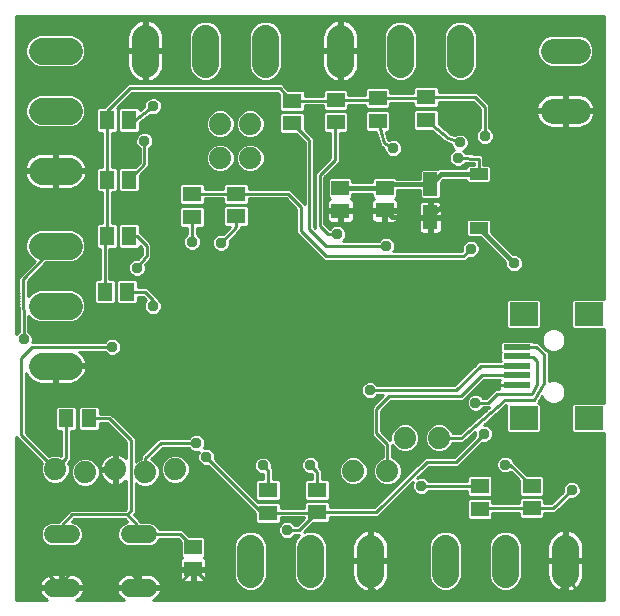
<source format=gbl>
G75*
%MOIN*%
%OFA0B0*%
%FSLAX24Y24*%
%IPPOS*%
%LPD*%
%AMOC8*
5,1,8,0,0,1.08239X$1,22.5*
%
%ADD10R,0.2441X0.2126*%
%ADD11R,0.0630X0.0394*%
%ADD12C,0.0886*%
%ADD13C,0.0740*%
%ADD14R,0.0512X0.0630*%
%ADD15R,0.0591X0.0512*%
%ADD16C,0.0600*%
%ADD17R,0.0945X0.0787*%
%ADD18R,0.0909X0.0197*%
%ADD19R,0.0630X0.0512*%
%ADD20C,0.0827*%
%ADD21R,0.0472X0.0787*%
%ADD22C,0.0160*%
%ADD23C,0.0376*%
%ADD24C,0.0100*%
D10*
X021046Y017772D03*
D11*
X018172Y016875D03*
X018172Y018670D03*
D12*
X017562Y022329D02*
X017562Y023215D01*
X015562Y023215D02*
X015562Y022329D01*
X013562Y022329D02*
X013562Y023215D01*
X011062Y023215D02*
X011062Y022329D01*
X009062Y022329D02*
X009062Y023215D01*
X007062Y023215D02*
X007062Y022329D01*
X004505Y022772D02*
X003619Y022772D01*
X003619Y020772D02*
X004505Y020772D01*
X004505Y018772D02*
X003619Y018772D01*
X003619Y016272D02*
X004505Y016272D01*
X004505Y014272D02*
X003619Y014272D01*
X003619Y012272D02*
X004505Y012272D01*
X010562Y006215D02*
X010562Y005329D01*
X012562Y005329D02*
X012562Y006215D01*
X014562Y006215D02*
X014562Y005329D01*
X017062Y005329D02*
X017062Y006215D01*
X019062Y006215D02*
X019062Y005329D01*
X021062Y005329D02*
X021062Y006215D01*
D13*
X016856Y009871D03*
X015716Y009871D03*
X015132Y008772D03*
X013992Y008772D03*
X008062Y008822D03*
X007062Y008722D03*
X006062Y008822D03*
X005062Y008722D03*
X004062Y008822D03*
X009562Y019202D03*
X010562Y019202D03*
X010562Y020342D03*
X009562Y020342D03*
D14*
X006533Y020466D03*
X005785Y020466D03*
X005779Y018477D03*
X006527Y018477D03*
X006529Y016596D03*
X005781Y016596D03*
X005705Y014749D03*
X006453Y014749D03*
X005173Y010516D03*
X004425Y010516D03*
D15*
X008655Y006231D03*
X008655Y005483D03*
X013559Y017442D03*
X013559Y018190D03*
X015040Y018199D03*
X015040Y017451D03*
D16*
X007142Y006662D02*
X006542Y006662D01*
X006542Y004882D02*
X007142Y004882D01*
X004582Y004882D02*
X003982Y004882D01*
X003982Y006662D02*
X004582Y006662D01*
D17*
X019684Y010540D03*
X021849Y010540D03*
X021849Y014005D03*
X019684Y014005D03*
D18*
X019462Y012902D03*
X019462Y012587D03*
X019462Y012272D03*
X019462Y011957D03*
X019462Y011642D03*
D19*
X019938Y008275D03*
X019938Y007527D03*
X018209Y007513D03*
X018209Y008261D03*
X012789Y008140D03*
X012789Y007392D03*
X011159Y007377D03*
X011159Y008125D03*
X010092Y017265D03*
X010092Y018013D03*
X008624Y017986D03*
X008624Y017238D03*
X011953Y020366D03*
X011953Y021114D03*
X013408Y021141D03*
X013408Y020392D03*
X014804Y020441D03*
X014804Y021189D03*
X016416Y021224D03*
X016416Y020476D03*
D20*
X020649Y020772D02*
X021475Y020772D01*
X021475Y022772D02*
X020649Y022772D01*
D21*
X016562Y018324D03*
X016562Y017221D03*
D22*
X017113Y017772D01*
X021046Y017772D01*
X021062Y017788D01*
X021062Y020772D01*
X018172Y018670D02*
X016908Y018670D01*
X016562Y018324D01*
X015164Y018324D01*
X015040Y018199D01*
X013568Y018199D01*
X013559Y018190D01*
X013568Y017451D02*
X015040Y017451D01*
X015270Y017221D01*
X016562Y017221D01*
X018172Y016875D02*
X019351Y015696D01*
X019351Y015689D01*
X013568Y017451D02*
X013559Y017442D01*
D23*
X013461Y016666D03*
X015094Y016275D03*
X017331Y015001D03*
X017912Y016172D03*
X018789Y015001D03*
X019351Y015689D03*
X021994Y016248D03*
X018374Y019932D03*
X017546Y019717D03*
X017486Y019205D03*
X015323Y019533D03*
X009587Y016378D03*
X008621Y016413D03*
X006787Y015545D03*
X007310Y014263D03*
X005960Y012906D03*
X003007Y013154D03*
X008767Y009700D03*
X009092Y009239D03*
X010978Y008951D03*
X012565Y008963D03*
X011793Y006797D03*
X016266Y008263D03*
X018359Y010009D03*
X018068Y011044D03*
X018529Y011622D03*
X019059Y008982D03*
X021272Y008135D03*
X014547Y011459D03*
X007034Y019774D03*
X007320Y020926D03*
D24*
X002762Y009896D02*
X002762Y004472D01*
X003795Y004472D01*
X003746Y004497D01*
X003689Y004539D01*
X003639Y004589D01*
X003597Y004646D01*
X003565Y004710D01*
X003543Y004777D01*
X003534Y004832D01*
X004232Y004832D01*
X004232Y004932D01*
X003534Y004932D01*
X003543Y004988D01*
X003565Y005055D01*
X003597Y005118D01*
X003639Y005175D01*
X003689Y005226D01*
X003746Y005267D01*
X003809Y005299D01*
X003877Y005321D01*
X003947Y005332D01*
X004232Y005332D01*
X004232Y004932D01*
X004332Y004932D01*
X005030Y004932D01*
X005021Y004988D01*
X004999Y005055D01*
X004967Y005118D01*
X004925Y005175D01*
X004875Y005226D01*
X004818Y005267D01*
X004755Y005299D01*
X004687Y005321D01*
X004617Y005332D01*
X004332Y005332D01*
X004332Y004932D01*
X004332Y004832D01*
X005030Y004832D01*
X005021Y004777D01*
X004999Y004710D01*
X004967Y004646D01*
X004925Y004589D01*
X004875Y004539D01*
X004818Y004497D01*
X004769Y004472D01*
X006355Y004472D01*
X006306Y004497D01*
X006249Y004539D01*
X006199Y004589D01*
X006157Y004646D01*
X006125Y004710D01*
X006103Y004777D01*
X006094Y004832D01*
X006792Y004832D01*
X006792Y004932D01*
X006094Y004932D01*
X006103Y004988D01*
X006125Y005055D01*
X006157Y005118D01*
X006199Y005175D01*
X006249Y005226D01*
X006306Y005267D01*
X006369Y005299D01*
X006437Y005321D01*
X006507Y005332D01*
X006792Y005332D01*
X006792Y004932D01*
X006892Y004932D01*
X007590Y004932D01*
X007581Y004988D01*
X007559Y005055D01*
X007527Y005118D01*
X007485Y005175D01*
X007435Y005226D01*
X007378Y005267D01*
X007315Y005299D01*
X007247Y005321D01*
X007177Y005332D01*
X006892Y005332D01*
X006892Y004932D01*
X006892Y004832D01*
X007590Y004832D01*
X007581Y004777D01*
X007559Y004710D01*
X007527Y004646D01*
X007485Y004589D01*
X007435Y004539D01*
X007378Y004497D01*
X007329Y004472D01*
X022354Y004472D01*
X022354Y010036D01*
X021331Y010036D01*
X021267Y010101D01*
X021267Y010979D01*
X021331Y011044D01*
X022354Y011044D01*
X022354Y013501D01*
X021331Y013501D01*
X021267Y013565D01*
X021267Y014444D01*
X021331Y014508D01*
X022354Y014508D01*
X022354Y016587D01*
X022325Y016570D01*
X022286Y016559D01*
X021096Y016559D01*
X021096Y017722D01*
X020996Y017722D01*
X020996Y016559D01*
X019806Y016559D01*
X019768Y016570D01*
X019734Y016589D01*
X019706Y016617D01*
X019686Y016651D01*
X019676Y016690D01*
X019676Y017722D01*
X020996Y017722D01*
X020996Y017822D01*
X019676Y017822D01*
X019676Y018855D01*
X019686Y018893D01*
X019706Y018927D01*
X019734Y018955D01*
X019768Y018975D01*
X019806Y018985D01*
X020996Y018985D01*
X020996Y017822D01*
X021096Y017822D01*
X021096Y018985D01*
X022286Y018985D01*
X022325Y018975D01*
X022354Y018958D01*
X022354Y023942D01*
X002762Y023942D01*
X002762Y013330D01*
X002839Y013407D01*
X002846Y013410D01*
X002834Y015147D01*
X002832Y015212D01*
X002833Y015213D01*
X002833Y015215D01*
X002879Y015261D01*
X003370Y015777D01*
X003306Y015804D01*
X003150Y015959D01*
X003066Y016162D01*
X003066Y016382D01*
X003150Y016586D01*
X003306Y016741D01*
X003509Y016825D01*
X004615Y016825D01*
X004818Y016741D01*
X004974Y016586D01*
X005058Y016382D01*
X005058Y016162D01*
X004974Y015959D01*
X004818Y015804D01*
X004615Y015719D01*
X003757Y015719D01*
X003154Y015086D01*
X003158Y014593D01*
X003306Y014741D01*
X003509Y014825D01*
X004615Y014825D01*
X004818Y014741D01*
X004974Y014586D01*
X005058Y014382D01*
X005058Y014162D01*
X004974Y013959D01*
X004818Y013804D01*
X004615Y013719D01*
X003509Y013719D01*
X003306Y013804D01*
X003162Y013947D01*
X003166Y013411D01*
X003176Y013407D01*
X003260Y013323D01*
X003306Y013213D01*
X003306Y013095D01*
X003293Y013066D01*
X005703Y013066D01*
X005707Y013075D01*
X005791Y013158D01*
X005900Y013204D01*
X006019Y013204D01*
X006129Y013158D01*
X006212Y013075D01*
X006258Y012965D01*
X006258Y012846D01*
X006212Y012737D01*
X006129Y012653D01*
X006019Y012608D01*
X005900Y012608D01*
X005791Y012653D01*
X005707Y012737D01*
X005703Y012746D01*
X004862Y012746D01*
X004891Y012725D01*
X004957Y012659D01*
X005012Y012583D01*
X005054Y012500D01*
X005083Y012411D01*
X005097Y012322D01*
X004112Y012322D01*
X004112Y012222D01*
X004112Y011679D01*
X004552Y011679D01*
X004644Y011694D01*
X004733Y011723D01*
X004816Y011765D01*
X004891Y011820D01*
X004957Y011886D01*
X005012Y011962D01*
X005054Y012045D01*
X005083Y012133D01*
X005097Y012222D01*
X004112Y012222D01*
X004012Y012222D01*
X004012Y011679D01*
X003572Y011679D01*
X003480Y011694D01*
X003391Y011723D01*
X003308Y011765D01*
X003233Y011820D01*
X003167Y011886D01*
X003112Y011962D01*
X003074Y012035D01*
X003074Y010036D01*
X003855Y009256D01*
X003967Y009302D01*
X004157Y009302D01*
X004265Y009258D01*
X004265Y010091D01*
X004123Y010091D01*
X004059Y010156D01*
X004059Y010877D01*
X004123Y010941D01*
X004726Y010941D01*
X004791Y010877D01*
X004791Y010156D01*
X004726Y010091D01*
X004585Y010091D01*
X004585Y009119D01*
X004496Y009030D01*
X004542Y008918D01*
X004542Y008727D01*
X004469Y008550D01*
X004334Y008415D01*
X004157Y008342D01*
X003967Y008342D01*
X003790Y008415D01*
X003655Y008550D01*
X003582Y008727D01*
X003582Y008918D01*
X003628Y009030D01*
X002762Y009896D01*
X002762Y009887D02*
X002771Y009887D01*
X002762Y009788D02*
X002870Y009788D01*
X002968Y009690D02*
X002762Y009690D01*
X002762Y009591D02*
X003067Y009591D01*
X003165Y009493D02*
X002762Y009493D01*
X002762Y009394D02*
X003264Y009394D01*
X003362Y009296D02*
X002762Y009296D01*
X002762Y009197D02*
X003461Y009197D01*
X003559Y009099D02*
X002762Y009099D01*
X002762Y009000D02*
X003616Y009000D01*
X003582Y008902D02*
X002762Y008902D01*
X002762Y008803D02*
X003582Y008803D01*
X003591Y008705D02*
X002762Y008705D01*
X002762Y008606D02*
X003632Y008606D01*
X003698Y008508D02*
X002762Y008508D01*
X002762Y008409D02*
X003805Y008409D01*
X004062Y008822D02*
X004425Y009185D01*
X004425Y010516D01*
X004791Y010478D02*
X004807Y010478D01*
X004807Y010576D02*
X004791Y010576D01*
X004791Y010675D02*
X004807Y010675D01*
X004807Y010773D02*
X004791Y010773D01*
X004791Y010872D02*
X004807Y010872D01*
X004807Y010877D02*
X004807Y010156D01*
X004871Y010091D01*
X005474Y010091D01*
X005539Y010156D01*
X005539Y010356D01*
X005798Y010356D01*
X006417Y009737D01*
X006417Y009203D01*
X006401Y009219D01*
X006335Y009267D01*
X006262Y009304D01*
X006184Y009330D01*
X006112Y009341D01*
X006112Y008872D01*
X006012Y008872D01*
X006012Y008772D01*
X006112Y008772D01*
X006112Y008304D01*
X006184Y008315D01*
X006262Y008340D01*
X006335Y008378D01*
X006401Y008426D01*
X006417Y008442D01*
X006417Y007511D01*
X006381Y007476D01*
X004556Y007476D01*
X004462Y007382D01*
X004152Y007072D01*
X003900Y007072D01*
X003750Y007010D01*
X003634Y006895D01*
X003572Y006744D01*
X003572Y006581D01*
X003634Y006430D01*
X003750Y006315D01*
X003900Y006252D01*
X004664Y006252D01*
X004814Y006315D01*
X004930Y006430D01*
X004992Y006581D01*
X004992Y006744D01*
X004930Y006895D01*
X004814Y007010D01*
X004664Y007072D01*
X004605Y007072D01*
X004688Y007156D01*
X006381Y007156D01*
X006465Y007072D01*
X006460Y007072D01*
X006310Y007010D01*
X006194Y006895D01*
X006132Y006744D01*
X006132Y006581D01*
X006194Y006430D01*
X006310Y006315D01*
X006460Y006252D01*
X007224Y006252D01*
X007374Y006315D01*
X007490Y006430D01*
X007520Y006502D01*
X008157Y006502D01*
X008250Y006410D01*
X008250Y005929D01*
X008301Y005878D01*
X008268Y005859D01*
X008240Y005831D01*
X008220Y005796D01*
X008210Y005758D01*
X008210Y005533D01*
X008605Y005533D01*
X008605Y005433D01*
X008210Y005433D01*
X008210Y005207D01*
X008220Y005169D01*
X008240Y005135D01*
X008268Y005107D01*
X008302Y005087D01*
X008340Y005077D01*
X008605Y005077D01*
X008605Y005433D01*
X008705Y005433D01*
X008705Y005077D01*
X008970Y005077D01*
X009009Y005087D01*
X009043Y005107D01*
X009071Y005135D01*
X009090Y005169D01*
X009101Y005207D01*
X009101Y005433D01*
X008705Y005433D01*
X008705Y005533D01*
X009101Y005533D01*
X009101Y005758D01*
X009090Y005796D01*
X009071Y005831D01*
X009043Y005859D01*
X009009Y005878D01*
X009061Y005929D01*
X009061Y006532D01*
X008996Y006597D01*
X008516Y006597D01*
X008290Y006822D01*
X007520Y006822D01*
X007490Y006895D01*
X007374Y007010D01*
X007224Y007072D01*
X006917Y007072D01*
X006865Y007125D01*
X006674Y007316D01*
X006737Y007379D01*
X006737Y008369D01*
X006790Y008315D01*
X006967Y008242D01*
X007157Y008242D01*
X007334Y008315D01*
X007469Y008450D01*
X007542Y008627D01*
X007542Y008818D01*
X007469Y008994D01*
X007334Y009129D01*
X007258Y009161D01*
X007638Y009540D01*
X008511Y009540D01*
X008514Y009531D01*
X008598Y009448D01*
X008708Y009402D01*
X008826Y009402D01*
X008840Y009408D01*
X008840Y009408D01*
X008794Y009298D01*
X008794Y009179D01*
X008840Y009070D01*
X008924Y008986D01*
X009033Y008941D01*
X009152Y008941D01*
X009161Y008944D01*
X010734Y007371D01*
X010734Y007075D01*
X010799Y007011D01*
X011520Y007011D01*
X011584Y007075D01*
X011584Y007217D01*
X012364Y007217D01*
X012364Y007194D01*
X012128Y006957D01*
X012049Y006957D01*
X012045Y006966D01*
X011961Y007050D01*
X011852Y007095D01*
X011733Y007095D01*
X011624Y007050D01*
X011540Y006966D01*
X011494Y006856D01*
X011494Y006738D01*
X011540Y006628D01*
X011624Y006544D01*
X011733Y006499D01*
X011852Y006499D01*
X011961Y006544D01*
X012045Y006628D01*
X012049Y006637D01*
X012202Y006637D01*
X012093Y006528D01*
X012009Y006325D01*
X012009Y005219D01*
X012093Y005016D01*
X012249Y004861D01*
X012452Y004776D01*
X012672Y004776D01*
X012875Y004861D01*
X013031Y005016D01*
X013115Y005219D01*
X013115Y006325D01*
X013031Y006528D01*
X012875Y006684D01*
X012672Y006768D01*
X012452Y006768D01*
X012348Y006725D01*
X012650Y007026D01*
X013150Y007026D01*
X013214Y007091D01*
X013214Y007232D01*
X014831Y007232D01*
X016000Y008401D01*
X015968Y008322D01*
X015968Y008204D01*
X016013Y008094D01*
X016097Y008010D01*
X016207Y007965D01*
X016325Y007965D01*
X016435Y008010D01*
X016519Y008094D01*
X016522Y008103D01*
X017784Y008103D01*
X017784Y007960D01*
X017848Y007895D01*
X018570Y007895D01*
X018634Y007960D01*
X018634Y008563D01*
X018570Y008627D01*
X017848Y008627D01*
X017784Y008563D01*
X017784Y008423D01*
X016522Y008423D01*
X016519Y008432D01*
X016435Y008516D01*
X016325Y008561D01*
X016207Y008561D01*
X016128Y008529D01*
X016505Y008906D01*
X017483Y008906D01*
X018291Y009715D01*
X018300Y009711D01*
X018419Y009711D01*
X018528Y009756D01*
X018612Y009840D01*
X018657Y009950D01*
X018657Y010068D01*
X018612Y010178D01*
X018528Y010262D01*
X018419Y010307D01*
X018353Y010307D01*
X019102Y010951D01*
X019102Y010101D01*
X019166Y010036D01*
X020202Y010036D01*
X020266Y010101D01*
X020266Y010979D01*
X020202Y011044D01*
X020152Y011044D01*
X020173Y011065D01*
X020173Y011084D01*
X020293Y011275D01*
X020332Y011181D01*
X020444Y011070D01*
X020589Y011009D01*
X020747Y011009D01*
X020893Y011070D01*
X021005Y011181D01*
X021065Y011327D01*
X021065Y011485D01*
X021005Y011631D01*
X020893Y011743D01*
X020747Y011803D01*
X020589Y011803D01*
X020528Y011778D01*
X020527Y012587D01*
X020530Y012590D01*
X020527Y012653D01*
X020527Y012716D01*
X020525Y012719D01*
X020525Y012722D01*
X020478Y012765D01*
X020433Y012810D01*
X020430Y012810D01*
X020201Y013022D01*
X020155Y013067D01*
X020153Y013067D01*
X020151Y013068D01*
X020087Y013066D01*
X020008Y013065D01*
X019962Y013111D01*
X018962Y013111D01*
X018898Y013046D01*
X018898Y012758D01*
X018911Y012745D01*
X018898Y012731D01*
X018898Y012443D01*
X018909Y012432D01*
X018309Y012432D01*
X018309Y012432D01*
X018243Y012432D01*
X018176Y012432D01*
X018126Y012383D01*
X018082Y012339D01*
X017363Y011619D01*
X014803Y011619D01*
X014799Y011628D01*
X014716Y011712D01*
X014606Y011757D01*
X014487Y011757D01*
X014378Y011712D01*
X014294Y011628D01*
X014249Y011518D01*
X014249Y011400D01*
X014294Y011290D01*
X014378Y011206D01*
X014487Y011161D01*
X014606Y011161D01*
X014716Y011206D01*
X014799Y011290D01*
X014803Y011299D01*
X014998Y011299D01*
X014608Y010909D01*
X014608Y009965D01*
X014702Y009871D01*
X014972Y009601D01*
X014972Y009226D01*
X014860Y009179D01*
X014725Y009044D01*
X014652Y008868D01*
X014652Y008677D01*
X014725Y008500D01*
X014860Y008365D01*
X015037Y008292D01*
X015227Y008292D01*
X015404Y008365D01*
X015539Y008500D01*
X015612Y008677D01*
X015612Y008868D01*
X015539Y009044D01*
X015404Y009179D01*
X015292Y009226D01*
X015292Y009641D01*
X015309Y009599D01*
X015444Y009464D01*
X015621Y009391D01*
X015812Y009391D01*
X015988Y009464D01*
X016123Y009599D01*
X016196Y009776D01*
X016196Y009967D01*
X016123Y010143D01*
X015988Y010278D01*
X015812Y010351D01*
X015621Y010351D01*
X015444Y010278D01*
X015309Y010143D01*
X015236Y009967D01*
X015236Y009789D01*
X014928Y010098D01*
X014928Y010776D01*
X015246Y011094D01*
X017642Y011094D01*
X018359Y011811D01*
X018875Y011811D01*
X018868Y011799D01*
X018858Y011761D01*
X018858Y011642D01*
X018858Y011524D01*
X018863Y011503D01*
X018722Y011503D01*
X018629Y011410D01*
X018423Y011204D01*
X018324Y011204D01*
X018321Y011213D01*
X018237Y011297D01*
X018127Y011342D01*
X018009Y011342D01*
X017899Y011297D01*
X017815Y011213D01*
X017770Y011103D01*
X017770Y010985D01*
X017815Y010875D01*
X017899Y010791D01*
X018009Y010746D01*
X018127Y010746D01*
X018237Y010791D01*
X018321Y010875D01*
X018324Y010884D01*
X018534Y010884D01*
X017542Y010031D01*
X017310Y010031D01*
X017263Y010143D01*
X017128Y010278D01*
X016952Y010351D01*
X016761Y010351D01*
X016584Y010278D01*
X016449Y010143D01*
X016376Y009967D01*
X016376Y009776D01*
X016449Y009599D01*
X016584Y009464D01*
X016761Y009391D01*
X016952Y009391D01*
X017128Y009464D01*
X017263Y009599D01*
X017310Y009711D01*
X017595Y009711D01*
X017655Y009707D01*
X017660Y009711D01*
X017667Y009711D01*
X017710Y009754D01*
X018061Y010056D01*
X018061Y009950D01*
X018065Y009941D01*
X017350Y009226D01*
X016373Y009226D01*
X016279Y009133D01*
X014699Y007552D01*
X013214Y007552D01*
X013214Y007694D01*
X013150Y007758D01*
X012429Y007758D01*
X012364Y007694D01*
X012364Y007537D01*
X011584Y007537D01*
X011584Y007678D01*
X011520Y007743D01*
X010815Y007743D01*
X009387Y009171D01*
X009391Y009179D01*
X009391Y009298D01*
X009345Y009408D01*
X009261Y009492D01*
X009152Y009537D01*
X009033Y009537D01*
X009020Y009531D01*
X009020Y009531D01*
X009065Y009641D01*
X009065Y009760D01*
X009020Y009869D01*
X008936Y009953D01*
X008826Y009998D01*
X008708Y009998D01*
X008598Y009953D01*
X008514Y009869D01*
X008511Y009860D01*
X007505Y009860D01*
X006997Y009353D01*
X006904Y009259D01*
X006904Y009176D01*
X006790Y009129D01*
X006737Y009076D01*
X006737Y009870D01*
X006643Y009964D01*
X005930Y010676D01*
X005539Y010676D01*
X005539Y010877D01*
X005474Y010941D01*
X004871Y010941D01*
X004807Y010877D01*
X004791Y010379D02*
X004807Y010379D01*
X004807Y010281D02*
X004791Y010281D01*
X004791Y010182D02*
X004807Y010182D01*
X004585Y010084D02*
X006070Y010084D01*
X005972Y010182D02*
X005539Y010182D01*
X005539Y010281D02*
X005873Y010281D01*
X005864Y010516D02*
X006577Y009804D01*
X006577Y007445D01*
X006447Y007316D01*
X006799Y006965D01*
X006799Y006706D01*
X006842Y006662D01*
X008224Y006662D01*
X008655Y006231D01*
X009061Y006242D02*
X010009Y006242D01*
X010009Y006325D02*
X010009Y005219D01*
X010093Y005016D01*
X010249Y004861D01*
X010452Y004776D01*
X010672Y004776D01*
X010875Y004861D01*
X011031Y005016D01*
X011115Y005219D01*
X011115Y006325D01*
X011031Y006528D01*
X010875Y006684D01*
X010672Y006768D01*
X010452Y006768D01*
X010249Y006684D01*
X010093Y006528D01*
X010009Y006325D01*
X010016Y006341D02*
X009061Y006341D01*
X009061Y006439D02*
X010056Y006439D01*
X010103Y006538D02*
X009055Y006538D01*
X009061Y006144D02*
X010009Y006144D01*
X010009Y006045D02*
X009061Y006045D01*
X009061Y005947D02*
X010009Y005947D01*
X010009Y005848D02*
X009053Y005848D01*
X009101Y005750D02*
X010009Y005750D01*
X010009Y005651D02*
X009101Y005651D01*
X009101Y005553D02*
X010009Y005553D01*
X010009Y005454D02*
X008705Y005454D01*
X008678Y005483D02*
X009678Y004483D01*
X014265Y004483D01*
X014616Y004834D01*
X014607Y004855D01*
X014616Y005718D01*
X014562Y005772D01*
X014512Y005750D02*
X013115Y005750D01*
X013115Y005848D02*
X013969Y005848D01*
X013969Y005822D02*
X014512Y005822D01*
X014512Y005722D01*
X014612Y005722D01*
X014612Y004737D01*
X014701Y004751D01*
X014790Y004780D01*
X014873Y004822D01*
X014948Y004877D01*
X015014Y004943D01*
X015069Y005019D01*
X015111Y005102D01*
X015140Y005191D01*
X015155Y005283D01*
X015155Y005722D01*
X014612Y005722D01*
X014612Y005822D01*
X015155Y005822D01*
X015155Y006262D01*
X015140Y006354D01*
X015111Y006443D01*
X015069Y006526D01*
X015014Y006601D01*
X014948Y006667D01*
X014873Y006722D01*
X014790Y006765D01*
X014701Y006794D01*
X014612Y006808D01*
X014612Y005822D01*
X014512Y005822D01*
X014512Y006808D01*
X014423Y006794D01*
X014334Y006765D01*
X014251Y006722D01*
X014176Y006667D01*
X014110Y006601D01*
X014055Y006526D01*
X014013Y006443D01*
X013984Y006354D01*
X013969Y006262D01*
X013969Y005822D01*
X013969Y005722D02*
X013969Y005283D01*
X013984Y005191D01*
X014013Y005102D01*
X014055Y005019D01*
X014110Y004943D01*
X014176Y004877D01*
X014251Y004822D01*
X014334Y004780D01*
X014423Y004751D01*
X014512Y004737D01*
X014512Y005722D01*
X013969Y005722D01*
X013969Y005651D02*
X013115Y005651D01*
X013115Y005553D02*
X013969Y005553D01*
X013969Y005454D02*
X013115Y005454D01*
X013115Y005356D02*
X013969Y005356D01*
X013973Y005257D02*
X013115Y005257D01*
X013090Y005159D02*
X013994Y005159D01*
X014034Y005060D02*
X013049Y005060D01*
X012976Y004962D02*
X014096Y004962D01*
X014195Y004863D02*
X012878Y004863D01*
X012246Y004863D02*
X010878Y004863D01*
X010976Y004962D02*
X012148Y004962D01*
X012075Y005060D02*
X011049Y005060D01*
X011090Y005159D02*
X012034Y005159D01*
X012009Y005257D02*
X011115Y005257D01*
X011115Y005356D02*
X012009Y005356D01*
X012009Y005454D02*
X011115Y005454D01*
X011115Y005553D02*
X012009Y005553D01*
X012009Y005651D02*
X011115Y005651D01*
X011115Y005750D02*
X012009Y005750D01*
X012009Y005848D02*
X011115Y005848D01*
X011115Y005947D02*
X012009Y005947D01*
X012009Y006045D02*
X011115Y006045D01*
X011115Y006144D02*
X012009Y006144D01*
X012009Y006242D02*
X011115Y006242D01*
X011108Y006341D02*
X012016Y006341D01*
X012056Y006439D02*
X011068Y006439D01*
X011021Y006538D02*
X011640Y006538D01*
X011537Y006636D02*
X010923Y006636D01*
X010752Y006735D02*
X011496Y006735D01*
X011494Y006833D02*
X007515Y006833D01*
X007452Y006932D02*
X011526Y006932D01*
X011539Y007030D02*
X011604Y007030D01*
X011584Y007129D02*
X012299Y007129D01*
X012201Y007030D02*
X011981Y007030D01*
X011793Y006797D02*
X012194Y006797D01*
X012789Y007392D01*
X012774Y007377D01*
X011159Y007377D01*
X010954Y007377D01*
X009092Y009239D01*
X008828Y009099D02*
X008464Y009099D01*
X008469Y009094D02*
X008334Y009229D01*
X008157Y009302D01*
X007967Y009302D01*
X007790Y009229D01*
X007655Y009094D01*
X007582Y008918D01*
X007582Y008727D01*
X007655Y008550D01*
X007790Y008415D01*
X007967Y008342D01*
X008157Y008342D01*
X008334Y008415D01*
X008469Y008550D01*
X008542Y008727D01*
X008542Y008918D01*
X008469Y009094D01*
X008508Y009000D02*
X008909Y009000D01*
X008794Y009197D02*
X008366Y009197D01*
X008173Y009296D02*
X008794Y009296D01*
X008834Y009394D02*
X007492Y009394D01*
X007393Y009296D02*
X007951Y009296D01*
X007758Y009197D02*
X007295Y009197D01*
X007364Y009099D02*
X007660Y009099D01*
X007616Y009000D02*
X007463Y009000D01*
X007507Y008902D02*
X007582Y008902D01*
X007582Y008803D02*
X007542Y008803D01*
X007542Y008705D02*
X007591Y008705D01*
X007632Y008606D02*
X007534Y008606D01*
X007493Y008508D02*
X007698Y008508D01*
X007805Y008409D02*
X007428Y008409D01*
X007323Y008311D02*
X009794Y008311D01*
X009696Y008409D02*
X008319Y008409D01*
X008426Y008508D02*
X009597Y008508D01*
X009499Y008606D02*
X008492Y008606D01*
X008533Y008705D02*
X009400Y008705D01*
X009302Y008803D02*
X008542Y008803D01*
X008542Y008902D02*
X009203Y008902D01*
X009459Y009099D02*
X010716Y009099D01*
X010725Y009120D02*
X010680Y009011D01*
X010680Y008892D01*
X010725Y008783D01*
X010809Y008699D01*
X010919Y008653D01*
X010999Y008653D01*
X010999Y008491D01*
X010799Y008491D01*
X010734Y008426D01*
X010734Y007823D01*
X010799Y007759D01*
X011520Y007759D01*
X011584Y007823D01*
X011584Y008426D01*
X011520Y008491D01*
X011319Y008491D01*
X011319Y008836D01*
X011272Y008883D01*
X011276Y008892D01*
X011276Y009011D01*
X011231Y009120D01*
X011147Y009204D01*
X011037Y009249D01*
X010919Y009249D01*
X010809Y009204D01*
X010725Y009120D01*
X010802Y009197D02*
X009391Y009197D01*
X009391Y009296D02*
X014972Y009296D01*
X014972Y009394D02*
X009351Y009394D01*
X009258Y009493D02*
X014972Y009493D01*
X014972Y009591D02*
X009045Y009591D01*
X009065Y009690D02*
X014883Y009690D01*
X014785Y009788D02*
X009053Y009788D01*
X009002Y009887D02*
X014686Y009887D01*
X014608Y009985D02*
X008858Y009985D01*
X008676Y009985D02*
X006621Y009985D01*
X006720Y009887D02*
X008532Y009887D01*
X008767Y009700D02*
X007571Y009700D01*
X007064Y009193D01*
X007064Y008724D01*
X007062Y008722D01*
X006760Y009099D02*
X006737Y009099D01*
X006737Y009197D02*
X006904Y009197D01*
X006941Y009296D02*
X006737Y009296D01*
X006737Y009394D02*
X007039Y009394D01*
X007138Y009493D02*
X006737Y009493D01*
X006737Y009591D02*
X007236Y009591D01*
X007335Y009690D02*
X006737Y009690D01*
X006737Y009788D02*
X007433Y009788D01*
X007590Y009493D02*
X008553Y009493D01*
X009557Y009000D02*
X010680Y009000D01*
X010680Y008902D02*
X009656Y008902D01*
X009754Y008803D02*
X010717Y008803D01*
X010803Y008705D02*
X009853Y008705D01*
X009951Y008606D02*
X010999Y008606D01*
X010999Y008508D02*
X010050Y008508D01*
X010148Y008409D02*
X010734Y008409D01*
X010734Y008311D02*
X010247Y008311D01*
X010345Y008212D02*
X010734Y008212D01*
X010734Y008114D02*
X010444Y008114D01*
X010542Y008015D02*
X010734Y008015D01*
X010734Y007917D02*
X010641Y007917D01*
X010739Y007818D02*
X010739Y007818D01*
X010484Y007621D02*
X006737Y007621D01*
X006737Y007523D02*
X010582Y007523D01*
X010681Y007424D02*
X006737Y007424D01*
X006684Y007326D02*
X010734Y007326D01*
X010734Y007227D02*
X006762Y007227D01*
X006861Y007129D02*
X010734Y007129D01*
X010779Y007030D02*
X007325Y007030D01*
X007493Y006439D02*
X008220Y006439D01*
X008250Y006341D02*
X007400Y006341D01*
X008250Y006242D02*
X002762Y006242D01*
X002762Y006144D02*
X008250Y006144D01*
X008250Y006045D02*
X002762Y006045D01*
X002762Y005947D02*
X008250Y005947D01*
X008258Y005848D02*
X002762Y005848D01*
X002762Y005750D02*
X008210Y005750D01*
X008210Y005651D02*
X002762Y005651D01*
X002762Y005553D02*
X008210Y005553D01*
X008210Y005356D02*
X002762Y005356D01*
X002762Y005454D02*
X008605Y005454D01*
X008655Y005483D02*
X008678Y005483D01*
X008655Y005483D02*
X008055Y004882D01*
X006842Y004882D01*
X006752Y004973D01*
X006752Y005185D01*
X006518Y005419D01*
X004622Y005419D01*
X004282Y005080D01*
X004282Y004882D01*
X003284Y005881D01*
X003284Y006808D01*
X004161Y007686D01*
X005819Y007686D01*
X006062Y007929D01*
X006062Y008822D01*
X006012Y008803D02*
X005542Y008803D01*
X005542Y008818D02*
X005469Y008994D01*
X005334Y009129D01*
X005157Y009202D01*
X004967Y009202D01*
X004790Y009129D01*
X004655Y008994D01*
X004582Y008818D01*
X004582Y008627D01*
X004655Y008450D01*
X004790Y008315D01*
X004967Y008242D01*
X005157Y008242D01*
X005334Y008315D01*
X005469Y008450D01*
X005542Y008627D01*
X005542Y008818D01*
X005543Y008772D02*
X005555Y008701D01*
X005580Y008623D01*
X005617Y008550D01*
X005665Y008484D01*
X005723Y008426D01*
X005789Y008378D01*
X005862Y008340D01*
X005940Y008315D01*
X006012Y008304D01*
X006012Y008772D01*
X005543Y008772D01*
X005542Y008705D02*
X005554Y008705D01*
X005534Y008606D02*
X005588Y008606D01*
X005648Y008508D02*
X005493Y008508D01*
X005428Y008409D02*
X005746Y008409D01*
X005967Y008311D02*
X005323Y008311D01*
X004801Y008311D02*
X002762Y008311D01*
X002762Y008212D02*
X006417Y008212D01*
X006417Y008114D02*
X002762Y008114D01*
X002762Y008015D02*
X006417Y008015D01*
X006417Y007917D02*
X002762Y007917D01*
X002762Y007818D02*
X006417Y007818D01*
X006417Y007720D02*
X002762Y007720D01*
X002762Y007621D02*
X006417Y007621D01*
X006417Y007523D02*
X002762Y007523D01*
X002762Y007424D02*
X004504Y007424D01*
X004406Y007326D02*
X002762Y007326D01*
X002762Y007227D02*
X004307Y007227D01*
X004209Y007129D02*
X002762Y007129D01*
X002762Y007030D02*
X003799Y007030D01*
X003672Y006932D02*
X002762Y006932D01*
X002762Y006833D02*
X003609Y006833D01*
X003572Y006735D02*
X002762Y006735D01*
X002762Y006636D02*
X003572Y006636D01*
X003590Y006538D02*
X002762Y006538D01*
X002762Y006439D02*
X003631Y006439D01*
X003724Y006341D02*
X002762Y006341D01*
X002762Y005257D02*
X003733Y005257D01*
X003627Y005159D02*
X002762Y005159D01*
X002762Y005060D02*
X003568Y005060D01*
X003539Y004962D02*
X002762Y004962D01*
X002762Y004863D02*
X004232Y004863D01*
X004232Y004962D02*
X004332Y004962D01*
X004332Y005060D02*
X004232Y005060D01*
X004232Y005159D02*
X004332Y005159D01*
X004332Y005257D02*
X004232Y005257D01*
X004332Y004863D02*
X006792Y004863D01*
X006792Y004962D02*
X006892Y004962D01*
X006892Y005060D02*
X006792Y005060D01*
X006792Y005159D02*
X006892Y005159D01*
X006892Y005257D02*
X006792Y005257D01*
X006892Y004863D02*
X010246Y004863D01*
X010148Y004962D02*
X007585Y004962D01*
X007556Y005060D02*
X010075Y005060D01*
X010034Y005159D02*
X009085Y005159D01*
X009101Y005257D02*
X010009Y005257D01*
X010009Y005356D02*
X009101Y005356D01*
X008705Y005356D02*
X008605Y005356D01*
X008605Y005257D02*
X008705Y005257D01*
X008705Y005159D02*
X008605Y005159D01*
X008226Y005159D02*
X007497Y005159D01*
X007391Y005257D02*
X008210Y005257D01*
X007577Y004765D02*
X014381Y004765D01*
X014512Y004765D02*
X014612Y004765D01*
X014607Y004855D02*
X014970Y004491D01*
X020585Y004506D01*
X021062Y004983D01*
X021062Y005772D01*
X021012Y005750D02*
X019615Y005750D01*
X019615Y005848D02*
X020469Y005848D01*
X020469Y005822D02*
X021012Y005822D01*
X021012Y005722D01*
X021112Y005722D01*
X021112Y004737D01*
X021201Y004751D01*
X021290Y004780D01*
X021373Y004822D01*
X021448Y004877D01*
X021514Y004943D01*
X021569Y005019D01*
X021611Y005102D01*
X021640Y005191D01*
X021655Y005283D01*
X021655Y005722D01*
X021112Y005722D01*
X021112Y005822D01*
X021655Y005822D01*
X021655Y006262D01*
X021640Y006354D01*
X021611Y006443D01*
X021569Y006526D01*
X021514Y006601D01*
X021448Y006667D01*
X021373Y006722D01*
X021290Y006765D01*
X021201Y006794D01*
X021112Y006808D01*
X021112Y005822D01*
X021012Y005822D01*
X021012Y006808D01*
X020923Y006794D01*
X020834Y006765D01*
X020751Y006722D01*
X020676Y006667D01*
X020610Y006601D01*
X020555Y006526D01*
X020513Y006443D01*
X020484Y006354D01*
X020469Y006262D01*
X020469Y005822D01*
X020469Y005722D02*
X020469Y005283D01*
X020484Y005191D01*
X020513Y005102D01*
X020555Y005019D01*
X020610Y004943D01*
X020676Y004877D01*
X020751Y004822D01*
X020834Y004780D01*
X020923Y004751D01*
X021012Y004737D01*
X021012Y005722D01*
X020469Y005722D01*
X020469Y005651D02*
X019615Y005651D01*
X019615Y005553D02*
X020469Y005553D01*
X020469Y005454D02*
X019615Y005454D01*
X019615Y005356D02*
X020469Y005356D01*
X020473Y005257D02*
X019615Y005257D01*
X019615Y005219D02*
X019531Y005016D01*
X019375Y004861D01*
X019172Y004776D01*
X018952Y004776D01*
X018749Y004861D01*
X018593Y005016D01*
X018509Y005219D01*
X018509Y006325D01*
X018593Y006528D01*
X018749Y006684D01*
X018952Y006768D01*
X019172Y006768D01*
X019375Y006684D01*
X019531Y006528D01*
X019615Y006325D01*
X019615Y005219D01*
X019590Y005159D02*
X020494Y005159D01*
X020534Y005060D02*
X019549Y005060D01*
X019476Y004962D02*
X020596Y004962D01*
X020695Y004863D02*
X019378Y004863D01*
X018746Y004863D02*
X017378Y004863D01*
X017375Y004861D02*
X017531Y005016D01*
X017615Y005219D01*
X017615Y006325D01*
X017531Y006528D01*
X017375Y006684D01*
X017172Y006768D01*
X016952Y006768D01*
X016749Y006684D01*
X016593Y006528D01*
X016509Y006325D01*
X016509Y005219D01*
X016593Y005016D01*
X016749Y004861D01*
X016952Y004776D01*
X017172Y004776D01*
X017375Y004861D01*
X017476Y004962D02*
X018648Y004962D01*
X018575Y005060D02*
X017549Y005060D01*
X017590Y005159D02*
X018534Y005159D01*
X018509Y005257D02*
X017615Y005257D01*
X017615Y005356D02*
X018509Y005356D01*
X018509Y005454D02*
X017615Y005454D01*
X017615Y005553D02*
X018509Y005553D01*
X018509Y005651D02*
X017615Y005651D01*
X017615Y005750D02*
X018509Y005750D01*
X018509Y005848D02*
X017615Y005848D01*
X017615Y005947D02*
X018509Y005947D01*
X018509Y006045D02*
X017615Y006045D01*
X017615Y006144D02*
X018509Y006144D01*
X018509Y006242D02*
X017615Y006242D01*
X017608Y006341D02*
X018516Y006341D01*
X018556Y006439D02*
X017568Y006439D01*
X017521Y006538D02*
X018603Y006538D01*
X018701Y006636D02*
X017423Y006636D01*
X017252Y006735D02*
X018872Y006735D01*
X018570Y007147D02*
X018634Y007212D01*
X018634Y007367D01*
X019513Y007367D01*
X019513Y007225D01*
X019577Y007161D01*
X020298Y007161D01*
X020363Y007225D01*
X020363Y007367D01*
X020729Y007367D01*
X020823Y007460D01*
X020823Y007460D01*
X021203Y007841D01*
X021212Y007837D01*
X021331Y007837D01*
X021440Y007883D01*
X021524Y007967D01*
X021570Y008076D01*
X021570Y008195D01*
X021524Y008304D01*
X021440Y008388D01*
X021331Y008434D01*
X021212Y008434D01*
X021103Y008388D01*
X021019Y008304D01*
X020973Y008195D01*
X020973Y008076D01*
X020977Y008067D01*
X020596Y007687D01*
X020363Y007687D01*
X020363Y007828D01*
X020298Y007893D01*
X019577Y007893D01*
X019513Y007828D01*
X019513Y007687D01*
X018634Y007687D01*
X018634Y007815D01*
X018570Y007879D01*
X017848Y007879D01*
X017784Y007815D01*
X017784Y007212D01*
X017848Y007147D01*
X018570Y007147D01*
X018634Y007227D02*
X019513Y007227D01*
X019513Y007326D02*
X018634Y007326D01*
X018634Y007720D02*
X019513Y007720D01*
X019513Y007818D02*
X018630Y007818D01*
X018591Y007917D02*
X019569Y007917D01*
X019577Y007909D02*
X019513Y007973D01*
X019513Y008473D01*
X019243Y008743D01*
X019228Y008729D01*
X019119Y008683D01*
X019000Y008683D01*
X018890Y008729D01*
X018807Y008813D01*
X018761Y008922D01*
X018761Y009041D01*
X018807Y009150D01*
X018890Y009234D01*
X019000Y009280D01*
X019119Y009280D01*
X019228Y009234D01*
X019312Y009150D01*
X019329Y009110D01*
X019798Y008641D01*
X020298Y008641D01*
X020363Y008576D01*
X020363Y007973D01*
X020298Y007909D01*
X019577Y007909D01*
X019513Y008015D02*
X018634Y008015D01*
X018634Y008114D02*
X019513Y008114D01*
X019513Y008212D02*
X018634Y008212D01*
X018634Y008311D02*
X019513Y008311D01*
X019513Y008409D02*
X018634Y008409D01*
X018634Y008508D02*
X019478Y008508D01*
X019380Y008606D02*
X018590Y008606D01*
X018816Y008803D02*
X016402Y008803D01*
X016304Y008705D02*
X018948Y008705D01*
X019170Y008705D02*
X019281Y008705D01*
X019231Y008982D02*
X019059Y008982D01*
X019231Y008982D02*
X019938Y008275D01*
X020363Y008311D02*
X021025Y008311D01*
X020981Y008212D02*
X020363Y008212D01*
X020363Y008114D02*
X020973Y008114D01*
X020925Y008015D02*
X020363Y008015D01*
X020306Y007917D02*
X020827Y007917D01*
X020728Y007818D02*
X020363Y007818D01*
X020363Y007720D02*
X020630Y007720D01*
X020663Y007527D02*
X021272Y008135D01*
X021544Y008015D02*
X022354Y008015D01*
X022354Y007917D02*
X021475Y007917D01*
X021570Y008114D02*
X022354Y008114D01*
X022354Y008212D02*
X021562Y008212D01*
X021518Y008311D02*
X022354Y008311D01*
X022354Y008409D02*
X021389Y008409D01*
X021154Y008409D02*
X020363Y008409D01*
X020363Y008508D02*
X022354Y008508D01*
X022354Y008606D02*
X020333Y008606D01*
X019734Y008705D02*
X022354Y008705D01*
X022354Y008803D02*
X019635Y008803D01*
X019537Y008902D02*
X022354Y008902D01*
X022354Y009000D02*
X019438Y009000D01*
X019340Y009099D02*
X022354Y009099D01*
X022354Y009197D02*
X019265Y009197D01*
X018854Y009197D02*
X017774Y009197D01*
X017675Y009099D02*
X018785Y009099D01*
X018761Y009000D02*
X017577Y009000D01*
X017417Y009066D02*
X018359Y010009D01*
X018482Y010281D02*
X019102Y010281D01*
X019102Y010379D02*
X018437Y010379D01*
X018552Y010478D02*
X019102Y010478D01*
X019102Y010576D02*
X018666Y010576D01*
X018781Y010675D02*
X019102Y010675D01*
X019102Y010773D02*
X018895Y010773D01*
X019010Y010872D02*
X019102Y010872D01*
X019057Y011123D02*
X020012Y011130D01*
X020368Y011692D01*
X020367Y012650D01*
X020091Y012906D01*
X019465Y012899D01*
X019462Y012902D01*
X019462Y012587D02*
X019482Y012567D01*
X019992Y012567D01*
X020135Y012424D01*
X020135Y011656D01*
X019937Y011343D01*
X018789Y011343D01*
X018489Y011044D01*
X018068Y011044D01*
X017943Y010773D02*
X014928Y010773D01*
X014928Y010675D02*
X018290Y010675D01*
X018193Y010773D02*
X018405Y010773D01*
X018317Y010872D02*
X018519Y010872D01*
X018485Y011266D02*
X018268Y011266D01*
X018011Y011463D02*
X018682Y011463D01*
X018583Y011364D02*
X017913Y011364D01*
X017868Y011266D02*
X017814Y011266D01*
X017796Y011167D02*
X017716Y011167D01*
X017770Y011069D02*
X015221Y011069D01*
X015122Y010970D02*
X017776Y010970D01*
X017819Y010872D02*
X015024Y010872D01*
X014768Y010842D02*
X015179Y011254D01*
X017576Y011254D01*
X018293Y011971D01*
X019449Y011971D01*
X019462Y011957D01*
X019462Y011642D02*
X019462Y011642D01*
X018858Y011642D01*
X019462Y011642D01*
X019442Y011622D01*
X018529Y011622D01*
X018307Y011758D02*
X018858Y011758D01*
X018858Y011660D02*
X018208Y011660D01*
X018110Y011561D02*
X018858Y011561D01*
X019057Y011123D02*
X017601Y009871D01*
X016856Y009871D01*
X017301Y009690D02*
X017814Y009690D01*
X017750Y009788D02*
X017912Y009788D01*
X017865Y009887D02*
X018011Y009887D01*
X017979Y009985D02*
X018061Y009985D01*
X018266Y009690D02*
X022354Y009690D01*
X022354Y009788D02*
X018560Y009788D01*
X018631Y009887D02*
X022354Y009887D01*
X022354Y009985D02*
X018657Y009985D01*
X018651Y010084D02*
X019119Y010084D01*
X019102Y010182D02*
X018608Y010182D01*
X018176Y010576D02*
X014928Y010576D01*
X014928Y010478D02*
X018061Y010478D01*
X017947Y010379D02*
X014928Y010379D01*
X014928Y010281D02*
X015451Y010281D01*
X015349Y010182D02*
X014928Y010182D01*
X014942Y010084D02*
X015285Y010084D01*
X015244Y009985D02*
X015040Y009985D01*
X015139Y009887D02*
X015236Y009887D01*
X015132Y009668D02*
X014768Y010031D01*
X014768Y010842D01*
X014670Y010970D02*
X003074Y010970D01*
X003074Y010872D02*
X004059Y010872D01*
X004059Y010773D02*
X003074Y010773D01*
X003074Y010675D02*
X004059Y010675D01*
X004059Y010576D02*
X003074Y010576D01*
X003074Y010478D02*
X004059Y010478D01*
X004059Y010379D02*
X003074Y010379D01*
X003074Y010281D02*
X004059Y010281D01*
X004059Y010182D02*
X003074Y010182D01*
X003074Y010084D02*
X004265Y010084D01*
X004265Y009985D02*
X003125Y009985D01*
X003224Y009887D02*
X004265Y009887D01*
X004265Y009788D02*
X003322Y009788D01*
X003421Y009690D02*
X004265Y009690D01*
X004265Y009591D02*
X003519Y009591D01*
X003618Y009493D02*
X004265Y009493D01*
X004265Y009394D02*
X003716Y009394D01*
X003815Y009296D02*
X003951Y009296D01*
X004173Y009296D02*
X004265Y009296D01*
X004585Y009296D02*
X005846Y009296D01*
X005862Y009304D02*
X005789Y009267D01*
X005723Y009219D01*
X005665Y009161D01*
X005617Y009095D01*
X005580Y009022D01*
X005555Y008944D01*
X005543Y008872D01*
X006012Y008872D01*
X006012Y009341D01*
X005940Y009330D01*
X005862Y009304D01*
X006012Y009296D02*
X006112Y009296D01*
X006112Y009197D02*
X006012Y009197D01*
X006012Y009099D02*
X006112Y009099D01*
X006112Y009000D02*
X006012Y009000D01*
X006012Y008902D02*
X006112Y008902D01*
X006112Y008705D02*
X006012Y008705D01*
X006012Y008606D02*
X006112Y008606D01*
X006112Y008508D02*
X006012Y008508D01*
X006012Y008409D02*
X006112Y008409D01*
X006112Y008311D02*
X006012Y008311D01*
X006157Y008311D02*
X006417Y008311D01*
X006417Y008409D02*
X006378Y008409D01*
X006737Y008311D02*
X006801Y008311D01*
X006737Y008212D02*
X009893Y008212D01*
X009991Y008114D02*
X006737Y008114D01*
X006737Y008015D02*
X010090Y008015D01*
X010188Y007917D02*
X006737Y007917D01*
X006737Y007818D02*
X010287Y007818D01*
X010385Y007720D02*
X006737Y007720D01*
X006447Y007316D02*
X004622Y007316D01*
X004282Y006976D01*
X004282Y006662D01*
X004661Y007129D02*
X006408Y007129D01*
X006359Y007030D02*
X004765Y007030D01*
X004892Y006932D02*
X006232Y006932D01*
X006169Y006833D02*
X004955Y006833D01*
X004992Y006735D02*
X006132Y006735D01*
X006132Y006636D02*
X004992Y006636D01*
X004974Y006538D02*
X006150Y006538D01*
X006191Y006439D02*
X004933Y006439D01*
X004840Y006341D02*
X006284Y006341D01*
X006293Y005257D02*
X004831Y005257D01*
X004937Y005159D02*
X006187Y005159D01*
X006128Y005060D02*
X004996Y005060D01*
X005025Y004962D02*
X006099Y004962D01*
X006107Y004765D02*
X005017Y004765D01*
X004977Y004666D02*
X006147Y004666D01*
X006220Y004568D02*
X004904Y004568D01*
X003660Y004568D02*
X002762Y004568D01*
X002762Y004666D02*
X003587Y004666D01*
X003547Y004765D02*
X002762Y004765D01*
X004319Y008409D02*
X004696Y008409D01*
X004631Y008508D02*
X004426Y008508D01*
X004492Y008606D02*
X004591Y008606D01*
X004582Y008705D02*
X004533Y008705D01*
X004542Y008803D02*
X004582Y008803D01*
X004617Y008902D02*
X004542Y008902D01*
X004508Y009000D02*
X004661Y009000D01*
X004565Y009099D02*
X004760Y009099D01*
X004585Y009197D02*
X004954Y009197D01*
X005170Y009197D02*
X005702Y009197D01*
X005620Y009099D02*
X005364Y009099D01*
X005463Y009000D02*
X005573Y009000D01*
X005548Y008902D02*
X005507Y008902D01*
X006278Y009296D02*
X006417Y009296D01*
X006417Y009394D02*
X004585Y009394D01*
X004585Y009493D02*
X006417Y009493D01*
X006417Y009591D02*
X004585Y009591D01*
X004585Y009690D02*
X006417Y009690D01*
X006366Y009788D02*
X004585Y009788D01*
X004585Y009887D02*
X006267Y009887D01*
X006169Y009985D02*
X004585Y009985D01*
X005173Y010516D02*
X005864Y010516D01*
X005932Y010675D02*
X014608Y010675D01*
X014608Y010773D02*
X005539Y010773D01*
X005539Y010872D02*
X014608Y010872D01*
X014768Y011069D02*
X003074Y011069D01*
X003074Y011167D02*
X014472Y011167D01*
X014622Y011167D02*
X014867Y011167D01*
X014775Y011266D02*
X014965Y011266D01*
X014767Y011660D02*
X017404Y011660D01*
X017502Y011758D02*
X004802Y011758D01*
X004928Y011857D02*
X017601Y011857D01*
X017699Y011955D02*
X005008Y011955D01*
X005057Y012054D02*
X017798Y012054D01*
X017896Y012152D02*
X005086Y012152D01*
X005093Y012349D02*
X018093Y012349D01*
X018082Y012339D02*
X018082Y012339D01*
X017995Y012251D02*
X004112Y012251D01*
X004112Y012152D02*
X004012Y012152D01*
X004012Y012054D02*
X004112Y012054D01*
X004112Y011955D02*
X004012Y011955D01*
X004012Y011857D02*
X004112Y011857D01*
X004112Y011758D02*
X004012Y011758D01*
X003322Y011758D02*
X003074Y011758D01*
X003074Y011660D02*
X014326Y011660D01*
X014266Y011561D02*
X003074Y011561D01*
X003074Y011463D02*
X014249Y011463D01*
X014263Y011364D02*
X003074Y011364D01*
X003074Y011266D02*
X014318Y011266D01*
X014547Y011459D02*
X017429Y011459D01*
X018242Y012272D01*
X019462Y012272D01*
X018898Y012448D02*
X005071Y012448D01*
X005031Y012546D02*
X018898Y012546D01*
X018898Y012645D02*
X006109Y012645D01*
X006215Y012743D02*
X018910Y012743D01*
X018898Y012842D02*
X006256Y012842D01*
X006258Y012940D02*
X018898Y012940D01*
X018898Y013039D02*
X006227Y013039D01*
X006150Y013137D02*
X020271Y013137D01*
X020271Y013060D02*
X020332Y012914D01*
X020444Y012802D01*
X020589Y012742D01*
X020747Y012742D01*
X020893Y012802D01*
X021005Y012914D01*
X021065Y013060D01*
X021065Y013217D01*
X021005Y013363D01*
X020893Y013475D01*
X020747Y013535D01*
X020589Y013535D01*
X020444Y013475D01*
X020332Y013363D01*
X020271Y013217D01*
X020271Y013060D01*
X020280Y013039D02*
X020184Y013039D01*
X020289Y012940D02*
X020321Y012940D01*
X020395Y012842D02*
X020404Y012842D01*
X020502Y012743D02*
X020585Y012743D01*
X020528Y012645D02*
X022354Y012645D01*
X022354Y012743D02*
X020751Y012743D01*
X020933Y012842D02*
X022354Y012842D01*
X022354Y012940D02*
X021016Y012940D01*
X021057Y013039D02*
X022354Y013039D01*
X022354Y013137D02*
X021065Y013137D01*
X021058Y013236D02*
X022354Y013236D01*
X022354Y013334D02*
X021017Y013334D01*
X020935Y013433D02*
X022354Y013433D01*
X021552Y013015D02*
X021078Y013489D01*
X021078Y015499D01*
X022083Y016504D01*
X021064Y017523D01*
X021064Y017755D01*
X021046Y017772D01*
X020996Y017767D02*
X015474Y017767D01*
X015475Y017765D02*
X015455Y017799D01*
X015427Y017827D01*
X015394Y017847D01*
X015445Y017898D01*
X015445Y018134D01*
X016216Y018134D01*
X016216Y017884D01*
X016280Y017820D01*
X016844Y017820D01*
X016908Y017884D01*
X016908Y018401D01*
X016987Y018480D01*
X017747Y018480D01*
X017747Y018428D01*
X017812Y018363D01*
X018533Y018363D01*
X018597Y018428D01*
X018597Y018912D01*
X018533Y018977D01*
X018332Y018977D01*
X018332Y019177D01*
X018335Y019240D01*
X018332Y019242D01*
X018332Y019246D01*
X018287Y019291D01*
X018244Y019337D01*
X018241Y019337D01*
X018239Y019339D01*
X018175Y019339D01*
X017747Y019355D01*
X017739Y019373D01*
X017668Y019444D01*
X017715Y019464D01*
X017799Y019548D01*
X017844Y019657D01*
X017844Y019776D01*
X017799Y019885D01*
X017715Y019969D01*
X017605Y020015D01*
X017487Y020015D01*
X017377Y019969D01*
X017365Y019958D01*
X017248Y020003D01*
X016841Y020336D01*
X016841Y020777D01*
X016776Y020842D01*
X016055Y020842D01*
X015991Y020777D01*
X015991Y020175D01*
X016055Y020110D01*
X016611Y020110D01*
X017036Y019763D01*
X017048Y019737D01*
X017086Y019723D01*
X017117Y019697D01*
X017145Y019700D01*
X017248Y019660D01*
X017248Y019657D01*
X017293Y019548D01*
X017364Y019477D01*
X017318Y019457D01*
X017234Y019373D01*
X017188Y019264D01*
X017188Y019145D01*
X017234Y019036D01*
X017318Y018952D01*
X017427Y018906D01*
X017546Y018906D01*
X017655Y018952D01*
X017739Y019035D01*
X018012Y019025D01*
X018012Y018977D01*
X017812Y018977D01*
X017747Y018912D01*
X017747Y018860D01*
X016830Y018860D01*
X016797Y018827D01*
X016280Y018827D01*
X016216Y018763D01*
X016216Y018513D01*
X015433Y018513D01*
X015381Y018565D01*
X014699Y018565D01*
X014635Y018501D01*
X014635Y018389D01*
X013964Y018389D01*
X013964Y018491D01*
X013900Y018556D01*
X013218Y018556D01*
X013154Y018491D01*
X013154Y017888D01*
X013205Y017837D01*
X013171Y017818D01*
X013144Y017790D01*
X013124Y017756D01*
X013114Y017717D01*
X013114Y017492D01*
X013509Y017492D01*
X013509Y017392D01*
X013114Y017392D01*
X013114Y017166D01*
X013124Y017128D01*
X013144Y017094D01*
X013171Y017066D01*
X013206Y017046D01*
X013244Y017036D01*
X013509Y017036D01*
X013509Y017392D01*
X013609Y017392D01*
X013609Y017492D01*
X014004Y017492D01*
X014004Y017717D01*
X013994Y017756D01*
X013974Y017790D01*
X013946Y017818D01*
X013913Y017837D01*
X013964Y017888D01*
X013964Y018009D01*
X014635Y018009D01*
X014635Y017898D01*
X014686Y017847D01*
X014653Y017827D01*
X014625Y017799D01*
X014605Y017765D01*
X014595Y017727D01*
X014595Y017501D01*
X014990Y017501D01*
X014990Y017401D01*
X015090Y017401D01*
X015090Y017045D01*
X015355Y017045D01*
X015393Y017056D01*
X015427Y017075D01*
X015455Y017103D01*
X015475Y017138D01*
X015485Y017176D01*
X016512Y017176D01*
X016512Y017171D02*
X016512Y017271D01*
X016176Y017271D01*
X016176Y017635D01*
X016186Y017673D01*
X016206Y017707D01*
X016234Y017735D01*
X016268Y017755D01*
X016306Y017765D01*
X016512Y017765D01*
X016512Y017271D01*
X016612Y017271D01*
X016948Y017271D01*
X016948Y017635D01*
X016938Y017673D01*
X016918Y017707D01*
X016890Y017735D01*
X016856Y017755D01*
X016818Y017765D01*
X016612Y017765D01*
X016612Y017271D01*
X016612Y017171D01*
X016612Y016677D01*
X016818Y016677D01*
X016856Y016688D01*
X016890Y016707D01*
X016918Y016735D01*
X016938Y016770D01*
X016948Y016808D01*
X016948Y017171D01*
X016612Y017171D01*
X016512Y017171D01*
X016512Y016677D01*
X016306Y016677D01*
X016268Y016688D01*
X016234Y016707D01*
X016206Y016735D01*
X016186Y016770D01*
X016176Y016808D01*
X016176Y017171D01*
X016512Y017171D01*
X016512Y017077D02*
X016612Y017077D01*
X016612Y016979D02*
X016512Y016979D01*
X016512Y016880D02*
X016612Y016880D01*
X016612Y016782D02*
X016512Y016782D01*
X016512Y016683D02*
X016612Y016683D01*
X016840Y016683D02*
X017747Y016683D01*
X017747Y016632D02*
X017812Y016568D01*
X018210Y016568D01*
X019053Y015725D01*
X019053Y015629D01*
X019098Y015520D01*
X019182Y015436D01*
X019292Y015391D01*
X019410Y015391D01*
X019520Y015436D01*
X019604Y015520D01*
X019649Y015629D01*
X019649Y015748D01*
X019604Y015858D01*
X019520Y015941D01*
X019410Y015987D01*
X019329Y015987D01*
X018597Y016718D01*
X018597Y017117D01*
X018533Y017182D01*
X017812Y017182D01*
X017747Y017117D01*
X017747Y016632D01*
X017795Y016585D02*
X013751Y016585D01*
X013760Y016606D02*
X013760Y016725D01*
X013714Y016834D01*
X013630Y016918D01*
X013521Y016964D01*
X013402Y016964D01*
X013293Y016918D01*
X013209Y016834D01*
X013035Y017008D01*
X013035Y018565D01*
X013447Y018977D01*
X013541Y019071D01*
X013541Y020027D01*
X013768Y020027D01*
X013833Y020091D01*
X013833Y020694D01*
X013768Y020758D01*
X013047Y020758D01*
X012983Y020694D01*
X012983Y020091D01*
X013047Y020027D01*
X013221Y020027D01*
X013221Y019204D01*
X012715Y018698D01*
X012715Y016879D01*
X012690Y016904D01*
X012690Y019855D01*
X012378Y020167D01*
X012378Y020668D01*
X012313Y020732D01*
X011592Y020732D01*
X011528Y020668D01*
X011528Y020065D01*
X011592Y020000D01*
X012092Y020000D01*
X012370Y019722D01*
X012370Y017673D01*
X012320Y017722D01*
X011870Y018173D01*
X010517Y018173D01*
X010517Y018314D01*
X010452Y018379D01*
X009731Y018379D01*
X009667Y018314D01*
X009667Y018173D01*
X009049Y018173D01*
X009049Y018287D01*
X008985Y018352D01*
X008264Y018352D01*
X008199Y018287D01*
X008199Y017684D01*
X008264Y017620D01*
X008985Y017620D01*
X009049Y017684D01*
X009049Y017853D01*
X009667Y017853D01*
X009667Y017711D01*
X009731Y017647D01*
X010452Y017647D01*
X010517Y017711D01*
X010517Y017853D01*
X011738Y017853D01*
X012094Y017496D01*
X012094Y016703D01*
X012933Y015863D01*
X013027Y015770D01*
X017736Y015770D01*
X017844Y015878D01*
X017853Y015874D01*
X017971Y015874D01*
X018081Y015920D01*
X018165Y016003D01*
X018210Y016113D01*
X018210Y016232D01*
X018165Y016341D01*
X018081Y016425D01*
X017971Y016470D01*
X017853Y016470D01*
X017743Y016425D01*
X017659Y016341D01*
X017614Y016232D01*
X017614Y016113D01*
X017618Y016104D01*
X017603Y016090D01*
X015331Y016090D01*
X015347Y016106D01*
X015392Y016215D01*
X015392Y016334D01*
X015347Y016443D01*
X015263Y016527D01*
X015153Y016573D01*
X015035Y016573D01*
X014925Y016527D01*
X014841Y016443D01*
X014838Y016435D01*
X013652Y016435D01*
X013714Y016497D01*
X013760Y016606D01*
X013760Y016683D02*
X016284Y016683D01*
X016183Y016782D02*
X013736Y016782D01*
X013668Y016880D02*
X016176Y016880D01*
X016176Y016979D02*
X013064Y016979D01*
X013035Y017077D02*
X013160Y017077D01*
X013114Y017176D02*
X013035Y017176D01*
X013035Y017274D02*
X013114Y017274D01*
X013114Y017373D02*
X013035Y017373D01*
X013035Y017471D02*
X013509Y017471D01*
X013509Y017373D02*
X013609Y017373D01*
X013609Y017392D02*
X013609Y017036D01*
X013874Y017036D01*
X013912Y017046D01*
X013946Y017066D01*
X013974Y017094D01*
X013994Y017128D01*
X014004Y017166D01*
X014004Y017392D01*
X013609Y017392D01*
X013609Y017471D02*
X014990Y017471D01*
X014990Y017401D02*
X014595Y017401D01*
X014595Y017176D01*
X014004Y017176D01*
X014004Y017274D02*
X014595Y017274D01*
X014595Y017176D02*
X014605Y017138D01*
X014625Y017103D01*
X014653Y017075D01*
X014687Y017056D01*
X014725Y017045D01*
X014990Y017045D01*
X014990Y017401D01*
X014990Y017373D02*
X015090Y017373D01*
X015090Y017401D02*
X015090Y017501D01*
X015485Y017501D01*
X015485Y017727D01*
X015475Y017765D01*
X015485Y017668D02*
X016185Y017668D01*
X016176Y017570D02*
X015485Y017570D01*
X015485Y017401D02*
X015090Y017401D01*
X015090Y017471D02*
X016176Y017471D01*
X016176Y017373D02*
X015485Y017373D01*
X015485Y017401D02*
X015485Y017176D01*
X015485Y017274D02*
X016176Y017274D01*
X016176Y017077D02*
X015429Y017077D01*
X015090Y017077D02*
X014990Y017077D01*
X014990Y017176D02*
X015090Y017176D01*
X015090Y017274D02*
X014990Y017274D01*
X014651Y017077D02*
X013958Y017077D01*
X014004Y017373D02*
X014595Y017373D01*
X014595Y017570D02*
X014004Y017570D01*
X014004Y017668D02*
X014595Y017668D01*
X014606Y017767D02*
X013987Y017767D01*
X013941Y017865D02*
X014667Y017865D01*
X014635Y017964D02*
X013964Y017964D01*
X013964Y018456D02*
X014635Y018456D01*
X014689Y018555D02*
X013900Y018555D01*
X013517Y019047D02*
X017229Y019047D01*
X017188Y019146D02*
X013541Y019146D01*
X013541Y019244D02*
X015242Y019244D01*
X015263Y019235D02*
X015382Y019235D01*
X015492Y019281D01*
X015575Y019365D01*
X015621Y019474D01*
X015621Y019593D01*
X015575Y019702D01*
X015492Y019786D01*
X015382Y019832D01*
X015263Y019832D01*
X015177Y019796D01*
X015158Y019806D01*
X015079Y020076D01*
X015164Y020076D01*
X015229Y020140D01*
X015229Y020743D01*
X015164Y020807D01*
X014443Y020807D01*
X014379Y020743D01*
X014379Y020140D01*
X014443Y020076D01*
X014745Y020076D01*
X014870Y019652D01*
X014888Y019589D01*
X014889Y019588D01*
X014947Y019557D01*
X015025Y019514D01*
X015025Y019474D01*
X015070Y019365D01*
X015154Y019281D01*
X015263Y019235D01*
X015404Y019244D02*
X017188Y019244D01*
X017221Y019343D02*
X015554Y019343D01*
X015607Y019441D02*
X017302Y019441D01*
X017301Y019540D02*
X015621Y019540D01*
X015602Y019638D02*
X017256Y019638D01*
X017049Y019737D02*
X015541Y019737D01*
X015323Y019533D02*
X015023Y019697D01*
X014804Y020441D01*
X014379Y020426D02*
X013833Y020426D01*
X013833Y020328D02*
X014379Y020328D01*
X014379Y020229D02*
X013833Y020229D01*
X013833Y020131D02*
X014388Y020131D01*
X014758Y020032D02*
X013774Y020032D01*
X013541Y019934D02*
X014787Y019934D01*
X014816Y019835D02*
X013541Y019835D01*
X013541Y019737D02*
X014845Y019737D01*
X014874Y019638D02*
X013541Y019638D01*
X013541Y019540D02*
X014977Y019540D01*
X014889Y019588D02*
X014889Y019588D01*
X015038Y019441D02*
X013541Y019441D01*
X013541Y019343D02*
X015092Y019343D01*
X015149Y019835D02*
X016947Y019835D01*
X016827Y019934D02*
X015120Y019934D01*
X015091Y020032D02*
X016706Y020032D01*
X016850Y020328D02*
X018214Y020328D01*
X018214Y020426D02*
X016841Y020426D01*
X016841Y020525D02*
X018214Y020525D01*
X018214Y020623D02*
X016841Y020623D01*
X016841Y020722D02*
X018214Y020722D01*
X018214Y020820D02*
X016798Y020820D01*
X016776Y020858D02*
X016841Y020923D01*
X016841Y021064D01*
X017981Y021064D01*
X018214Y020831D01*
X018214Y020188D01*
X018205Y020184D01*
X018121Y020101D01*
X018076Y019991D01*
X018076Y019872D01*
X018121Y019763D01*
X018205Y019679D01*
X018315Y019634D01*
X018433Y019634D01*
X018543Y019679D01*
X018627Y019763D01*
X018672Y019872D01*
X018672Y019991D01*
X018627Y020101D01*
X018543Y020184D01*
X018534Y020188D01*
X018534Y020964D01*
X018440Y021057D01*
X018114Y021384D01*
X016841Y021384D01*
X016841Y021525D01*
X016776Y021590D01*
X016055Y021590D01*
X015991Y021525D01*
X015991Y021367D01*
X015229Y021356D01*
X015229Y021491D01*
X015164Y021555D01*
X014443Y021555D01*
X014379Y021491D01*
X014379Y021301D01*
X013833Y021301D01*
X013833Y021442D01*
X013768Y021506D01*
X013047Y021506D01*
X012983Y021442D01*
X012983Y021274D01*
X012378Y021274D01*
X012378Y021416D01*
X012313Y021480D01*
X011813Y021480D01*
X011698Y021595D01*
X011605Y021689D01*
X006474Y021689D01*
X005719Y020934D01*
X005676Y020890D01*
X005484Y020890D01*
X005419Y020826D01*
X005419Y020105D01*
X005484Y020041D01*
X005619Y020041D01*
X005619Y018902D01*
X005478Y018902D01*
X005413Y018838D01*
X005413Y018117D01*
X005478Y018052D01*
X005621Y018052D01*
X005621Y017021D01*
X005479Y017021D01*
X005415Y016956D01*
X005415Y016235D01*
X005479Y016171D01*
X005545Y016171D01*
X005545Y015174D01*
X005404Y015174D01*
X005339Y015109D01*
X005339Y014388D01*
X005404Y014324D01*
X006007Y014324D01*
X006071Y014388D01*
X006071Y015109D01*
X006007Y015174D01*
X005865Y015174D01*
X005865Y016171D01*
X006082Y016171D01*
X006147Y016235D01*
X006147Y016956D01*
X006082Y017021D01*
X005941Y017021D01*
X005941Y018052D01*
X006081Y018052D01*
X006145Y018117D01*
X006145Y018838D01*
X006081Y018902D01*
X005939Y018902D01*
X005939Y020041D01*
X006087Y020041D01*
X006151Y020105D01*
X006151Y020826D01*
X006107Y020870D01*
X006606Y021369D01*
X011472Y021369D01*
X011528Y021313D01*
X011528Y020813D01*
X011592Y020748D01*
X012313Y020748D01*
X012378Y020813D01*
X012378Y020954D01*
X012983Y020954D01*
X012983Y020839D01*
X013047Y020775D01*
X013768Y020775D01*
X013833Y020839D01*
X013833Y020981D01*
X014379Y020981D01*
X014379Y020888D01*
X014443Y020824D01*
X015164Y020824D01*
X015229Y020888D01*
X015229Y021036D01*
X015991Y021047D01*
X015991Y020923D01*
X016055Y020858D01*
X016776Y020858D01*
X016837Y020919D02*
X018126Y020919D01*
X018028Y021017D02*
X016841Y021017D01*
X016841Y021411D02*
X022354Y021411D01*
X022354Y021313D02*
X021635Y021313D01*
X021607Y021322D02*
X021692Y021294D01*
X021771Y021254D01*
X021842Y021202D01*
X021905Y021139D01*
X021957Y021068D01*
X021998Y020989D01*
X022025Y020904D01*
X022038Y020822D01*
X021112Y020822D01*
X021112Y020722D01*
X021012Y020722D01*
X021112Y020722D01*
X021112Y020209D01*
X021520Y020209D01*
X021607Y020223D01*
X021692Y020250D01*
X021771Y020290D01*
X021842Y020343D01*
X021905Y020405D01*
X021957Y020477D01*
X021998Y020556D01*
X022025Y020640D01*
X022038Y020722D01*
X022354Y020722D01*
X022354Y020820D02*
X021112Y020820D01*
X021112Y020822D02*
X021012Y020822D01*
X021012Y020722D01*
X021012Y020209D01*
X020604Y020209D01*
X020517Y020223D01*
X020432Y020250D01*
X020353Y020290D01*
X020282Y020343D01*
X020219Y020405D01*
X020167Y020477D01*
X020127Y020556D01*
X020099Y020640D01*
X020086Y020722D01*
X018534Y020722D01*
X018534Y020820D02*
X021012Y020820D01*
X021012Y020822D02*
X020086Y020822D01*
X020099Y020904D01*
X020127Y020989D01*
X020167Y021068D01*
X020219Y021139D01*
X020282Y021202D01*
X020353Y021254D01*
X020432Y021294D01*
X020517Y021322D01*
X020604Y021336D01*
X021012Y021336D01*
X021012Y020822D01*
X021012Y020919D02*
X021112Y020919D01*
X021112Y020822D02*
X021112Y021336D01*
X021520Y021336D01*
X021607Y021322D01*
X021825Y021214D02*
X022354Y021214D01*
X022354Y021116D02*
X021922Y021116D01*
X021983Y021017D02*
X022354Y021017D01*
X022354Y020919D02*
X022020Y020919D01*
X022038Y020722D02*
X021112Y020722D01*
X021112Y020623D02*
X021012Y020623D01*
X021012Y020525D02*
X021112Y020525D01*
X021112Y020426D02*
X021012Y020426D01*
X021012Y020328D02*
X021112Y020328D01*
X021112Y020229D02*
X021012Y020229D01*
X021012Y020722D02*
X020086Y020722D01*
X020105Y020623D02*
X018534Y020623D01*
X018534Y020525D02*
X020142Y020525D01*
X020204Y020426D02*
X018534Y020426D01*
X018534Y020328D02*
X020302Y020328D01*
X020497Y020229D02*
X018534Y020229D01*
X018596Y020131D02*
X022354Y020131D01*
X022354Y020229D02*
X021627Y020229D01*
X021822Y020328D02*
X022354Y020328D01*
X022354Y020426D02*
X021920Y020426D01*
X021982Y020525D02*
X022354Y020525D01*
X022354Y020623D02*
X022019Y020623D01*
X022354Y020032D02*
X018655Y020032D01*
X018672Y019934D02*
X022354Y019934D01*
X022354Y019835D02*
X018657Y019835D01*
X018601Y019737D02*
X022354Y019737D01*
X022354Y019638D02*
X018445Y019638D01*
X018303Y019638D02*
X017836Y019638D01*
X017844Y019737D02*
X018147Y019737D01*
X018091Y019835D02*
X017819Y019835D01*
X017750Y019934D02*
X018076Y019934D01*
X018093Y020032D02*
X017212Y020032D01*
X017091Y020131D02*
X018152Y020131D01*
X018214Y020229D02*
X016971Y020229D01*
X017167Y019863D02*
X016416Y020476D01*
X015991Y020525D02*
X015229Y020525D01*
X015229Y020623D02*
X015991Y020623D01*
X015991Y020722D02*
X015229Y020722D01*
X015229Y020919D02*
X015994Y020919D01*
X015991Y021017D02*
X015229Y021017D01*
X015229Y021411D02*
X015991Y021411D01*
X015991Y021510D02*
X015210Y021510D01*
X015382Y021805D02*
X013840Y021805D01*
X013873Y021822D02*
X013948Y021877D01*
X014014Y021943D01*
X014069Y022019D01*
X014111Y022102D01*
X014140Y022191D01*
X014155Y022283D01*
X014155Y022722D01*
X013612Y022722D01*
X013612Y021737D01*
X013701Y021751D01*
X013790Y021780D01*
X013873Y021822D01*
X013975Y021904D02*
X015206Y021904D01*
X015249Y021861D02*
X015452Y021776D01*
X015672Y021776D01*
X015875Y021861D01*
X016031Y022016D01*
X016115Y022219D01*
X016115Y023325D01*
X016031Y023528D01*
X015875Y023684D01*
X015672Y023768D01*
X015452Y023768D01*
X015249Y023684D01*
X015093Y023528D01*
X015009Y023325D01*
X015009Y022219D01*
X015093Y022016D01*
X015249Y021861D01*
X015107Y022002D02*
X014057Y022002D01*
X014111Y022101D02*
X015058Y022101D01*
X015017Y022199D02*
X014142Y022199D01*
X014155Y022298D02*
X015009Y022298D01*
X015009Y022396D02*
X014155Y022396D01*
X014155Y022495D02*
X015009Y022495D01*
X015009Y022593D02*
X014155Y022593D01*
X014155Y022692D02*
X015009Y022692D01*
X015009Y022790D02*
X013612Y022790D01*
X013612Y022822D02*
X013612Y022722D01*
X013512Y022722D01*
X013512Y021737D01*
X013423Y021751D01*
X013334Y021780D01*
X013251Y021822D01*
X013176Y021877D01*
X013110Y021943D01*
X013055Y022019D01*
X013013Y022102D01*
X012984Y022191D01*
X012969Y022283D01*
X012969Y022722D01*
X013512Y022722D01*
X013512Y022822D01*
X012969Y022822D01*
X012969Y023262D01*
X012984Y023354D01*
X013013Y023443D01*
X013055Y023526D01*
X013110Y023601D01*
X013176Y023667D01*
X013251Y023722D01*
X013334Y023765D01*
X013423Y023794D01*
X013512Y023808D01*
X013512Y022822D01*
X013612Y022822D01*
X014155Y022822D01*
X014155Y023262D01*
X014140Y023354D01*
X014111Y023443D01*
X014069Y023526D01*
X014014Y023601D01*
X013948Y023667D01*
X013873Y023722D01*
X013790Y023765D01*
X013701Y023794D01*
X013612Y023808D01*
X013612Y022822D01*
X013612Y022889D02*
X013512Y022889D01*
X013512Y022987D02*
X013612Y022987D01*
X013612Y023086D02*
X013512Y023086D01*
X013512Y023184D02*
X013612Y023184D01*
X013612Y023283D02*
X013512Y023283D01*
X013512Y023381D02*
X013612Y023381D01*
X013612Y023480D02*
X013512Y023480D01*
X013512Y023578D02*
X013612Y023578D01*
X013612Y023677D02*
X013512Y023677D01*
X013512Y023775D02*
X013612Y023775D01*
X013757Y023775D02*
X022354Y023775D01*
X022354Y023677D02*
X017882Y023677D01*
X017875Y023684D02*
X017672Y023768D01*
X017452Y023768D01*
X017249Y023684D01*
X017093Y023528D01*
X017009Y023325D01*
X017009Y022219D01*
X017093Y022016D01*
X017249Y021861D01*
X017452Y021776D01*
X017672Y021776D01*
X017875Y021861D01*
X018031Y022016D01*
X018115Y022219D01*
X018115Y023325D01*
X018031Y023528D01*
X017875Y023684D01*
X017981Y023578D02*
X022354Y023578D01*
X022354Y023480D02*
X018051Y023480D01*
X018092Y023381D02*
X022354Y023381D01*
X022354Y023283D02*
X021610Y023283D01*
X021580Y023296D02*
X021772Y023216D01*
X021919Y023069D01*
X021999Y022876D01*
X021999Y022668D01*
X021919Y022476D01*
X021772Y022329D01*
X021580Y022249D01*
X020545Y022249D01*
X020352Y022329D01*
X020205Y022476D01*
X020125Y022668D01*
X020125Y022876D01*
X020205Y023069D01*
X020352Y023216D01*
X020545Y023296D01*
X021580Y023296D01*
X021804Y023184D02*
X022354Y023184D01*
X022354Y023086D02*
X021902Y023086D01*
X021953Y022987D02*
X022354Y022987D01*
X022354Y022889D02*
X021994Y022889D01*
X021999Y022790D02*
X022354Y022790D01*
X022354Y022692D02*
X021999Y022692D01*
X021968Y022593D02*
X022354Y022593D01*
X022354Y022495D02*
X021927Y022495D01*
X021840Y022396D02*
X022354Y022396D01*
X022354Y022298D02*
X021698Y022298D01*
X022354Y022199D02*
X018107Y022199D01*
X018115Y022298D02*
X020426Y022298D01*
X020284Y022396D02*
X018115Y022396D01*
X018115Y022495D02*
X020197Y022495D01*
X020156Y022593D02*
X018115Y022593D01*
X018115Y022692D02*
X020125Y022692D01*
X020125Y022790D02*
X018115Y022790D01*
X018115Y022889D02*
X020130Y022889D01*
X020171Y022987D02*
X018115Y022987D01*
X018115Y023086D02*
X020222Y023086D01*
X020320Y023184D02*
X018115Y023184D01*
X018115Y023283D02*
X020514Y023283D01*
X022354Y023874D02*
X002762Y023874D01*
X002762Y023775D02*
X006867Y023775D01*
X006834Y023765D02*
X006751Y023722D01*
X006676Y023667D01*
X006610Y023601D01*
X006555Y023526D01*
X006513Y023443D01*
X006484Y023354D01*
X006469Y023262D01*
X006469Y022822D01*
X007012Y022822D01*
X007012Y022722D01*
X007112Y022722D01*
X007112Y021737D01*
X007201Y021751D01*
X007290Y021780D01*
X007373Y021822D01*
X007448Y021877D01*
X007514Y021943D01*
X007569Y022019D01*
X007611Y022102D01*
X007640Y022191D01*
X007655Y022283D01*
X007655Y022722D01*
X007112Y022722D01*
X007112Y022822D01*
X007655Y022822D01*
X007655Y023262D01*
X007640Y023354D01*
X007611Y023443D01*
X007569Y023526D01*
X007514Y023601D01*
X007448Y023667D01*
X007373Y023722D01*
X007290Y023765D01*
X007201Y023794D01*
X007112Y023808D01*
X007112Y022822D01*
X007012Y022822D01*
X007012Y023808D01*
X006923Y023794D01*
X006834Y023765D01*
X006689Y023677D02*
X002762Y023677D01*
X002762Y023578D02*
X006593Y023578D01*
X006531Y023480D02*
X002762Y023480D01*
X002762Y023381D02*
X006493Y023381D01*
X006472Y023283D02*
X004717Y023283D01*
X004818Y023241D02*
X004615Y023325D01*
X003509Y023325D01*
X003306Y023241D01*
X003150Y023086D01*
X003066Y022882D01*
X003066Y022662D01*
X003150Y022459D01*
X003306Y022304D01*
X003509Y022219D01*
X004615Y022219D01*
X004818Y022304D01*
X004974Y022459D01*
X005058Y022662D01*
X005058Y022882D01*
X004974Y023086D01*
X004818Y023241D01*
X004875Y023184D02*
X006469Y023184D01*
X006469Y023086D02*
X004973Y023086D01*
X005014Y022987D02*
X006469Y022987D01*
X006469Y022889D02*
X005055Y022889D01*
X005058Y022790D02*
X007012Y022790D01*
X007012Y022722D02*
X006469Y022722D01*
X006469Y022283D01*
X006484Y022191D01*
X006513Y022102D01*
X006555Y022019D01*
X006610Y021943D01*
X006676Y021877D01*
X006751Y021822D01*
X006834Y021780D01*
X006923Y021751D01*
X007012Y021737D01*
X007012Y022722D01*
X007012Y022692D02*
X007112Y022692D01*
X007112Y022790D02*
X008509Y022790D01*
X008509Y022692D02*
X007655Y022692D01*
X007655Y022593D02*
X008509Y022593D01*
X008509Y022495D02*
X007655Y022495D01*
X007655Y022396D02*
X008509Y022396D01*
X008509Y022298D02*
X007655Y022298D01*
X007642Y022199D02*
X008517Y022199D01*
X008509Y022219D02*
X008593Y022016D01*
X008749Y021861D01*
X008952Y021776D01*
X009172Y021776D01*
X009375Y021861D01*
X009531Y022016D01*
X009615Y022219D01*
X009615Y023325D01*
X009531Y023528D01*
X009375Y023684D01*
X009172Y023768D01*
X008952Y023768D01*
X008749Y023684D01*
X008593Y023528D01*
X008509Y023325D01*
X008509Y022219D01*
X008558Y022101D02*
X007611Y022101D01*
X007557Y022002D02*
X008607Y022002D01*
X008706Y021904D02*
X007475Y021904D01*
X007340Y021805D02*
X008882Y021805D01*
X009242Y021805D02*
X010882Y021805D01*
X010952Y021776D02*
X011172Y021776D01*
X011375Y021861D01*
X011531Y022016D01*
X011615Y022219D01*
X011615Y023325D01*
X011531Y023528D01*
X011375Y023684D01*
X011172Y023768D01*
X010952Y023768D01*
X010749Y023684D01*
X010593Y023528D01*
X010509Y023325D01*
X010509Y022219D01*
X010593Y022016D01*
X010749Y021861D01*
X010952Y021776D01*
X010706Y021904D02*
X009418Y021904D01*
X009517Y022002D02*
X010607Y022002D01*
X010558Y022101D02*
X009566Y022101D01*
X009607Y022199D02*
X010517Y022199D01*
X010509Y022298D02*
X009615Y022298D01*
X009615Y022396D02*
X010509Y022396D01*
X010509Y022495D02*
X009615Y022495D01*
X009615Y022593D02*
X010509Y022593D01*
X010509Y022692D02*
X009615Y022692D01*
X009615Y022790D02*
X010509Y022790D01*
X010509Y022889D02*
X009615Y022889D01*
X009615Y022987D02*
X010509Y022987D01*
X010509Y023086D02*
X009615Y023086D01*
X009615Y023184D02*
X010509Y023184D01*
X010509Y023283D02*
X009615Y023283D01*
X009592Y023381D02*
X010532Y023381D01*
X010573Y023480D02*
X009551Y023480D01*
X009481Y023578D02*
X010643Y023578D01*
X010742Y023677D02*
X009382Y023677D01*
X008742Y023677D02*
X007435Y023677D01*
X007531Y023578D02*
X008643Y023578D01*
X008573Y023480D02*
X007593Y023480D01*
X007631Y023381D02*
X008532Y023381D01*
X008509Y023283D02*
X007652Y023283D01*
X007655Y023184D02*
X008509Y023184D01*
X008509Y023086D02*
X007655Y023086D01*
X007655Y022987D02*
X008509Y022987D01*
X008509Y022889D02*
X007655Y022889D01*
X007112Y022889D02*
X007012Y022889D01*
X007012Y022987D02*
X007112Y022987D01*
X007112Y023086D02*
X007012Y023086D01*
X007012Y023184D02*
X007112Y023184D01*
X007112Y023283D02*
X007012Y023283D01*
X007012Y023381D02*
X007112Y023381D01*
X007112Y023480D02*
X007012Y023480D01*
X007012Y023578D02*
X007112Y023578D01*
X007112Y023677D02*
X007012Y023677D01*
X007012Y023775D02*
X007112Y023775D01*
X007257Y023775D02*
X013367Y023775D01*
X013189Y023677D02*
X011382Y023677D01*
X011481Y023578D02*
X013093Y023578D01*
X013031Y023480D02*
X011551Y023480D01*
X011592Y023381D02*
X012993Y023381D01*
X012972Y023283D02*
X011615Y023283D01*
X011615Y023184D02*
X012969Y023184D01*
X012969Y023086D02*
X011615Y023086D01*
X011615Y022987D02*
X012969Y022987D01*
X012969Y022889D02*
X011615Y022889D01*
X011615Y022790D02*
X013512Y022790D01*
X013512Y022692D02*
X013612Y022692D01*
X013612Y022593D02*
X013512Y022593D01*
X013512Y022495D02*
X013612Y022495D01*
X013612Y022396D02*
X013512Y022396D01*
X013512Y022298D02*
X013612Y022298D01*
X013612Y022199D02*
X013512Y022199D01*
X013512Y022101D02*
X013612Y022101D01*
X013612Y022002D02*
X013512Y022002D01*
X013512Y021904D02*
X013612Y021904D01*
X013612Y021805D02*
X013512Y021805D01*
X013284Y021805D02*
X011242Y021805D01*
X011418Y021904D02*
X013149Y021904D01*
X013067Y022002D02*
X011517Y022002D01*
X011566Y022101D02*
X013013Y022101D01*
X012982Y022199D02*
X011607Y022199D01*
X011615Y022298D02*
X012969Y022298D01*
X012969Y022396D02*
X011615Y022396D01*
X011615Y022495D02*
X012969Y022495D01*
X012969Y022593D02*
X011615Y022593D01*
X011615Y022692D02*
X012969Y022692D01*
X013935Y023677D02*
X015242Y023677D01*
X015143Y023578D02*
X014031Y023578D01*
X014093Y023480D02*
X015073Y023480D01*
X015032Y023381D02*
X014131Y023381D01*
X014152Y023283D02*
X015009Y023283D01*
X015009Y023184D02*
X014155Y023184D01*
X014155Y023086D02*
X015009Y023086D01*
X015009Y022987D02*
X014155Y022987D01*
X014155Y022889D02*
X015009Y022889D01*
X015882Y023677D02*
X017242Y023677D01*
X017143Y023578D02*
X015981Y023578D01*
X016051Y023480D02*
X017073Y023480D01*
X017032Y023381D02*
X016092Y023381D01*
X016115Y023283D02*
X017009Y023283D01*
X017009Y023184D02*
X016115Y023184D01*
X016115Y023086D02*
X017009Y023086D01*
X017009Y022987D02*
X016115Y022987D01*
X016115Y022889D02*
X017009Y022889D01*
X017009Y022790D02*
X016115Y022790D01*
X016115Y022692D02*
X017009Y022692D01*
X017009Y022593D02*
X016115Y022593D01*
X016115Y022495D02*
X017009Y022495D01*
X017009Y022396D02*
X016115Y022396D01*
X016115Y022298D02*
X017009Y022298D01*
X017017Y022199D02*
X016107Y022199D01*
X016066Y022101D02*
X017058Y022101D01*
X017107Y022002D02*
X016017Y022002D01*
X015918Y021904D02*
X017206Y021904D01*
X017382Y021805D02*
X015742Y021805D01*
X016405Y021213D02*
X016416Y021224D01*
X018047Y021224D01*
X018374Y020897D01*
X018374Y019932D01*
X018083Y019343D02*
X022354Y019343D01*
X019530Y019343D01*
X019530Y019441D02*
X022354Y019441D01*
X017671Y019441D01*
X017791Y019540D02*
X022354Y019540D01*
X022354Y019468D02*
X022354Y016226D01*
X019530Y016226D01*
X019530Y019468D01*
X022354Y019468D01*
X022354Y019244D02*
X019530Y019244D01*
X019530Y019146D02*
X022354Y019146D01*
X018332Y019146D01*
X018332Y019244D02*
X022354Y019244D01*
X022354Y019047D02*
X019530Y019047D01*
X019530Y018949D02*
X022354Y018949D01*
X022354Y019047D02*
X018332Y019047D01*
X018172Y019179D02*
X018172Y018670D01*
X018597Y018653D02*
X019676Y018653D01*
X019676Y018555D02*
X018597Y018555D01*
X018597Y018456D02*
X019676Y018456D01*
X019676Y018358D02*
X016908Y018358D01*
X016908Y018259D02*
X019676Y018259D01*
X019676Y018161D02*
X016908Y018161D01*
X016908Y018062D02*
X019676Y018062D01*
X019676Y017964D02*
X016908Y017964D01*
X016889Y017865D02*
X019676Y017865D01*
X019530Y017865D02*
X022354Y017865D01*
X022354Y017767D02*
X019530Y017767D01*
X019530Y017668D02*
X022354Y017668D01*
X022354Y017570D02*
X019530Y017570D01*
X019530Y017471D02*
X022354Y017471D01*
X022354Y017373D02*
X019530Y017373D01*
X019530Y017274D02*
X022354Y017274D01*
X022354Y017176D02*
X019530Y017176D01*
X019530Y017077D02*
X022354Y017077D01*
X022354Y016979D02*
X019530Y016979D01*
X019530Y016880D02*
X022354Y016880D01*
X022354Y016782D02*
X019530Y016782D01*
X019530Y016683D02*
X022354Y016683D01*
X022354Y016585D02*
X019530Y016585D01*
X019530Y016486D02*
X022354Y016486D01*
X018829Y016486D01*
X018928Y016388D02*
X022354Y016388D01*
X019530Y016388D01*
X019530Y016289D02*
X022354Y016289D01*
X019026Y016289D01*
X019125Y016191D02*
X022354Y016191D01*
X022354Y016092D02*
X019223Y016092D01*
X019322Y015994D02*
X022354Y015994D01*
X022354Y015895D02*
X019566Y015895D01*
X019629Y015797D02*
X022354Y015797D01*
X022354Y015698D02*
X019649Y015698D01*
X019637Y015600D02*
X022354Y015600D01*
X022354Y015501D02*
X019585Y015501D01*
X019440Y015403D02*
X022354Y015403D01*
X022354Y015304D02*
X006968Y015304D01*
X006955Y015292D02*
X007039Y015376D01*
X007085Y015485D01*
X007085Y015604D01*
X007067Y015646D01*
X007224Y015847D01*
X007263Y015886D01*
X007263Y015898D01*
X007270Y015907D01*
X007263Y015963D01*
X007263Y016341D01*
X006942Y016662D01*
X006895Y016710D01*
X006895Y016956D01*
X006830Y017021D01*
X006227Y017021D01*
X006163Y016956D01*
X006163Y016235D01*
X006227Y016171D01*
X006830Y016171D01*
X006895Y016235D01*
X006895Y016257D01*
X006943Y016208D01*
X006943Y016008D01*
X006815Y015843D01*
X006727Y015843D01*
X006618Y015797D01*
X006534Y015714D01*
X006488Y015604D01*
X006488Y015485D01*
X006534Y015376D01*
X006618Y015292D01*
X006727Y015247D01*
X006846Y015247D01*
X006955Y015292D01*
X007050Y015403D02*
X019262Y015403D01*
X019117Y015501D02*
X007085Y015501D01*
X007085Y015600D02*
X019065Y015600D01*
X019053Y015698D02*
X007108Y015698D01*
X007185Y015797D02*
X013000Y015797D01*
X012902Y015895D02*
X007263Y015895D01*
X007263Y015994D02*
X012803Y015994D01*
X012705Y016092D02*
X009676Y016092D01*
X009646Y016080D02*
X009756Y016125D01*
X009840Y016209D01*
X009885Y016319D01*
X009885Y016437D01*
X009881Y016446D01*
X010158Y016723D01*
X010252Y016817D01*
X010252Y016899D01*
X010452Y016899D01*
X010517Y016963D01*
X010517Y017566D01*
X010452Y017630D01*
X009731Y017630D01*
X009667Y017566D01*
X009667Y016963D01*
X009731Y016899D01*
X009881Y016899D01*
X009655Y016673D01*
X009646Y016676D01*
X009528Y016676D01*
X009418Y016631D01*
X009334Y016547D01*
X009289Y016437D01*
X009289Y016319D01*
X009334Y016209D01*
X009418Y016125D01*
X009528Y016080D01*
X009646Y016080D01*
X009498Y016092D02*
X007263Y016092D01*
X007263Y016191D02*
X008421Y016191D01*
X008452Y016160D02*
X008562Y016114D01*
X008680Y016114D01*
X008790Y016160D01*
X008874Y016244D01*
X008919Y016353D01*
X008919Y016472D01*
X008874Y016581D01*
X008790Y016665D01*
X008781Y016669D01*
X008781Y016872D01*
X008985Y016872D01*
X009049Y016936D01*
X009049Y017539D01*
X008985Y017604D01*
X008264Y017604D01*
X008199Y017539D01*
X008199Y016936D01*
X008264Y016872D01*
X008461Y016872D01*
X008461Y016669D01*
X008452Y016665D01*
X008368Y016581D01*
X008323Y016472D01*
X008323Y016353D01*
X008368Y016244D01*
X008452Y016160D01*
X008349Y016289D02*
X007263Y016289D01*
X007216Y016388D02*
X008323Y016388D01*
X008329Y016486D02*
X007118Y016486D01*
X007019Y016585D02*
X008372Y016585D01*
X008461Y016683D02*
X006921Y016683D01*
X006895Y016782D02*
X008461Y016782D01*
X008255Y016880D02*
X006895Y016880D01*
X006872Y016979D02*
X008199Y016979D01*
X008199Y017077D02*
X005941Y017077D01*
X005941Y017176D02*
X008199Y017176D01*
X008199Y017274D02*
X005941Y017274D01*
X005941Y017373D02*
X008199Y017373D01*
X008199Y017471D02*
X005941Y017471D01*
X005941Y017570D02*
X008230Y017570D01*
X008215Y017668D02*
X005941Y017668D01*
X005941Y017767D02*
X008199Y017767D01*
X008199Y017865D02*
X005941Y017865D01*
X005941Y017964D02*
X008199Y017964D01*
X008199Y018062D02*
X006838Y018062D01*
X006829Y018052D02*
X006893Y018117D01*
X006893Y018617D01*
X007194Y018918D01*
X007194Y019517D01*
X007203Y019521D01*
X007287Y019605D01*
X007333Y019714D01*
X007333Y019833D01*
X007287Y019943D01*
X007203Y020027D01*
X007094Y020072D01*
X006975Y020072D01*
X006866Y020027D01*
X006782Y019943D01*
X006736Y019833D01*
X006736Y019714D01*
X006782Y019605D01*
X006866Y019521D01*
X006874Y019517D01*
X006874Y019051D01*
X006726Y018902D01*
X006226Y018902D01*
X006161Y018838D01*
X006161Y018117D01*
X006226Y018052D01*
X006829Y018052D01*
X006893Y018161D02*
X008199Y018161D01*
X008199Y018259D02*
X006893Y018259D01*
X006893Y018358D02*
X009711Y018358D01*
X009667Y018259D02*
X009049Y018259D01*
X009395Y018752D02*
X007028Y018752D01*
X007126Y018850D02*
X009235Y018850D01*
X009290Y018795D02*
X009467Y018722D01*
X009657Y018722D01*
X009834Y018795D01*
X009969Y018930D01*
X010042Y019107D01*
X010042Y019298D01*
X009969Y019474D01*
X009834Y019609D01*
X009657Y019682D01*
X009467Y019682D01*
X009290Y019609D01*
X009155Y019474D01*
X009082Y019298D01*
X009082Y019107D01*
X009155Y018930D01*
X009290Y018795D01*
X009147Y018949D02*
X007194Y018949D01*
X007194Y019047D02*
X009107Y019047D01*
X009082Y019146D02*
X007194Y019146D01*
X007194Y019244D02*
X009082Y019244D01*
X009101Y019343D02*
X007194Y019343D01*
X007194Y019441D02*
X009141Y019441D01*
X009221Y019540D02*
X007222Y019540D01*
X007301Y019638D02*
X009360Y019638D01*
X009467Y019862D02*
X009290Y019935D01*
X009155Y020070D01*
X009082Y020247D01*
X009082Y020438D01*
X009155Y020614D01*
X009290Y020749D01*
X009467Y020822D01*
X009657Y020822D01*
X009834Y020749D01*
X009969Y020614D01*
X010042Y020438D01*
X010042Y020247D01*
X009969Y020070D01*
X009834Y019935D01*
X009657Y019862D01*
X009467Y019862D01*
X009294Y019934D02*
X007291Y019934D01*
X007332Y019835D02*
X012257Y019835D01*
X012356Y019737D02*
X007333Y019737D01*
X007034Y019774D02*
X007034Y018985D01*
X006527Y018477D01*
X006893Y018456D02*
X012370Y018456D01*
X012370Y018358D02*
X010473Y018358D01*
X010517Y018259D02*
X012370Y018259D01*
X012370Y018161D02*
X011882Y018161D01*
X011980Y018062D02*
X012370Y018062D01*
X012370Y017964D02*
X012079Y017964D01*
X012177Y017865D02*
X012370Y017865D01*
X012370Y017767D02*
X012276Y017767D01*
X012254Y017562D02*
X012254Y016769D01*
X013093Y015930D01*
X017669Y015930D01*
X017912Y016172D01*
X018022Y015895D02*
X018883Y015895D01*
X018981Y015797D02*
X017763Y015797D01*
X017606Y016092D02*
X015333Y016092D01*
X015382Y016191D02*
X017614Y016191D01*
X017638Y016289D02*
X015392Y016289D01*
X015370Y016388D02*
X017706Y016388D01*
X017747Y016782D02*
X016941Y016782D01*
X016948Y016880D02*
X017747Y016880D01*
X017747Y016979D02*
X016948Y016979D01*
X016948Y017077D02*
X017747Y017077D01*
X017806Y017176D02*
X016612Y017176D01*
X016612Y017274D02*
X016512Y017274D01*
X016512Y017373D02*
X016612Y017373D01*
X016612Y017471D02*
X016512Y017471D01*
X016512Y017570D02*
X016612Y017570D01*
X016612Y017668D02*
X016512Y017668D01*
X016235Y017865D02*
X015413Y017865D01*
X015445Y017964D02*
X016216Y017964D01*
X016216Y018062D02*
X015445Y018062D01*
X015391Y018555D02*
X016216Y018555D01*
X016216Y018653D02*
X013123Y018653D01*
X013035Y018555D02*
X013217Y018555D01*
X013154Y018456D02*
X013035Y018456D01*
X013035Y018358D02*
X013154Y018358D01*
X013154Y018259D02*
X013035Y018259D01*
X013035Y018161D02*
X013154Y018161D01*
X013154Y018062D02*
X013035Y018062D01*
X013035Y017964D02*
X013154Y017964D01*
X013176Y017865D02*
X013035Y017865D01*
X013035Y017767D02*
X013130Y017767D01*
X013114Y017668D02*
X013035Y017668D01*
X013035Y017570D02*
X013114Y017570D01*
X012715Y017570D02*
X012690Y017570D01*
X012690Y017668D02*
X012715Y017668D01*
X012715Y017767D02*
X012690Y017767D01*
X012690Y017865D02*
X012715Y017865D01*
X012715Y017964D02*
X012690Y017964D01*
X012690Y018062D02*
X012715Y018062D01*
X012715Y018161D02*
X012690Y018161D01*
X012690Y018259D02*
X012715Y018259D01*
X012715Y018358D02*
X012690Y018358D01*
X012690Y018456D02*
X012715Y018456D01*
X012715Y018555D02*
X012690Y018555D01*
X012690Y018653D02*
X012715Y018653D01*
X012690Y018752D02*
X012769Y018752D01*
X012690Y018850D02*
X012868Y018850D01*
X012966Y018949D02*
X012690Y018949D01*
X012690Y019047D02*
X013065Y019047D01*
X013163Y019146D02*
X012690Y019146D01*
X012690Y019244D02*
X013221Y019244D01*
X013221Y019343D02*
X012690Y019343D01*
X012690Y019441D02*
X013221Y019441D01*
X013221Y019540D02*
X012690Y019540D01*
X012690Y019638D02*
X013221Y019638D01*
X013221Y019737D02*
X012690Y019737D01*
X012690Y019835D02*
X013221Y019835D01*
X013221Y019934D02*
X012611Y019934D01*
X012513Y020032D02*
X013042Y020032D01*
X012983Y020131D02*
X012414Y020131D01*
X012378Y020229D02*
X012983Y020229D01*
X012983Y020328D02*
X012378Y020328D01*
X012378Y020426D02*
X012983Y020426D01*
X012983Y020525D02*
X012378Y020525D01*
X012378Y020623D02*
X012983Y020623D01*
X013011Y020722D02*
X012323Y020722D01*
X012378Y020820D02*
X013002Y020820D01*
X012983Y020919D02*
X012378Y020919D01*
X011953Y021114D02*
X011538Y021529D01*
X006540Y021529D01*
X005785Y020774D01*
X005785Y020466D01*
X005779Y020459D01*
X005779Y018477D01*
X005781Y018192D01*
X005781Y016596D01*
X005705Y016464D01*
X005705Y014749D01*
X006071Y014713D02*
X006087Y014713D01*
X006087Y014615D02*
X006071Y014615D01*
X006071Y014516D02*
X006087Y014516D01*
X006087Y014418D02*
X006071Y014418D01*
X006087Y014388D02*
X006152Y014324D01*
X006755Y014324D01*
X006819Y014388D01*
X006819Y014574D01*
X006991Y014574D01*
X007096Y014470D01*
X007058Y014432D01*
X007012Y014322D01*
X007012Y014203D01*
X007058Y014094D01*
X007142Y014010D01*
X007251Y013965D01*
X007370Y013965D01*
X007479Y014010D01*
X007563Y014094D01*
X007608Y014203D01*
X007608Y014322D01*
X007563Y014432D01*
X007479Y014515D01*
X007470Y014519D01*
X007470Y014547D01*
X007217Y014800D01*
X007124Y014894D01*
X006819Y014894D01*
X006819Y015109D01*
X006755Y015174D01*
X006152Y015174D01*
X006087Y015109D01*
X006087Y014388D01*
X006468Y014734D02*
X006453Y014749D01*
X006468Y014734D02*
X007057Y014734D01*
X007310Y014481D01*
X007310Y014263D01*
X007046Y014122D02*
X005041Y014122D01*
X005058Y014221D02*
X007012Y014221D01*
X007012Y014319D02*
X005058Y014319D01*
X005043Y014418D02*
X005339Y014418D01*
X005339Y014516D02*
X005002Y014516D01*
X004944Y014615D02*
X005339Y014615D01*
X005339Y014713D02*
X004846Y014713D01*
X004647Y014812D02*
X005339Y014812D01*
X005339Y014910D02*
X003155Y014910D01*
X003156Y014812D02*
X003477Y014812D01*
X003278Y014713D02*
X003157Y014713D01*
X003157Y014615D02*
X003180Y014615D01*
X002837Y014615D02*
X002762Y014615D01*
X002762Y014713D02*
X002837Y014713D01*
X002836Y014812D02*
X002762Y014812D01*
X002762Y014910D02*
X002835Y014910D01*
X002835Y015009D02*
X002762Y015009D01*
X002762Y015107D02*
X002834Y015107D01*
X002832Y015206D02*
X002762Y015206D01*
X002762Y015304D02*
X002920Y015304D01*
X003014Y015403D02*
X002762Y015403D01*
X002762Y015501D02*
X003108Y015501D01*
X003201Y015600D02*
X002762Y015600D01*
X002762Y015698D02*
X003295Y015698D01*
X003322Y015797D02*
X002762Y015797D01*
X002762Y015895D02*
X003214Y015895D01*
X003136Y015994D02*
X002762Y015994D01*
X002762Y016092D02*
X003095Y016092D01*
X003066Y016191D02*
X002762Y016191D01*
X002762Y016289D02*
X003066Y016289D01*
X003068Y016388D02*
X002762Y016388D01*
X002762Y016486D02*
X003109Y016486D01*
X003150Y016585D02*
X002762Y016585D01*
X002762Y016683D02*
X003248Y016683D01*
X003404Y016782D02*
X002762Y016782D01*
X002762Y016880D02*
X005415Y016880D01*
X005415Y016782D02*
X004720Y016782D01*
X004876Y016683D02*
X005415Y016683D01*
X005415Y016585D02*
X004974Y016585D01*
X005015Y016486D02*
X005415Y016486D01*
X005415Y016388D02*
X005056Y016388D01*
X005058Y016289D02*
X005415Y016289D01*
X005459Y016191D02*
X005058Y016191D01*
X005029Y016092D02*
X005545Y016092D01*
X005545Y015994D02*
X004988Y015994D01*
X004910Y015895D02*
X005545Y015895D01*
X005545Y015797D02*
X004802Y015797D01*
X005339Y015107D02*
X003174Y015107D01*
X003155Y015009D02*
X005339Y015009D01*
X005545Y015206D02*
X003268Y015206D01*
X003362Y015304D02*
X005545Y015304D01*
X005545Y015403D02*
X003456Y015403D01*
X003549Y015501D02*
X005545Y015501D01*
X005545Y015600D02*
X003643Y015600D01*
X003737Y015698D02*
X005545Y015698D01*
X005865Y015698D02*
X006528Y015698D01*
X006488Y015600D02*
X005865Y015600D01*
X005865Y015501D02*
X006488Y015501D01*
X006523Y015403D02*
X005865Y015403D01*
X005865Y015304D02*
X006605Y015304D01*
X006819Y015107D02*
X022354Y015107D01*
X022354Y015009D02*
X006819Y015009D01*
X006819Y014910D02*
X022354Y014910D01*
X022354Y014812D02*
X007206Y014812D01*
X007304Y014713D02*
X022354Y014713D01*
X022354Y014615D02*
X007403Y014615D01*
X007477Y014516D02*
X022354Y014516D01*
X022354Y015206D02*
X005865Y015206D01*
X006071Y015107D02*
X006087Y015107D01*
X006087Y015009D02*
X006071Y015009D01*
X006071Y014910D02*
X006087Y014910D01*
X006087Y014812D02*
X006071Y014812D01*
X006819Y014516D02*
X007049Y014516D01*
X007052Y014418D02*
X006819Y014418D01*
X007128Y014024D02*
X005000Y014024D01*
X004940Y013925D02*
X019102Y013925D01*
X019102Y013827D02*
X004841Y013827D01*
X004636Y013728D02*
X019102Y013728D01*
X019102Y013630D02*
X003164Y013630D01*
X003164Y013728D02*
X003488Y013728D01*
X003283Y013827D02*
X003163Y013827D01*
X003162Y013925D02*
X003184Y013925D01*
X002842Y013925D02*
X002762Y013925D01*
X002762Y013827D02*
X002843Y013827D01*
X002843Y013728D02*
X002762Y013728D01*
X002762Y013630D02*
X002844Y013630D01*
X002845Y013531D02*
X002762Y013531D01*
X002762Y013433D02*
X002846Y013433D01*
X002766Y013334D02*
X002762Y013334D01*
X003007Y013154D02*
X002994Y015150D01*
X004062Y016272D01*
X002762Y016979D02*
X005437Y016979D01*
X005621Y017077D02*
X002762Y017077D01*
X002762Y017176D02*
X005621Y017176D01*
X005621Y017274D02*
X002762Y017274D01*
X002762Y017373D02*
X005621Y017373D01*
X005621Y017471D02*
X002762Y017471D01*
X002762Y017570D02*
X005621Y017570D01*
X005621Y017668D02*
X002762Y017668D01*
X002762Y017767D02*
X005621Y017767D01*
X005621Y017865D02*
X002762Y017865D01*
X002762Y017964D02*
X005621Y017964D01*
X005468Y018062D02*
X002762Y018062D01*
X002762Y018161D02*
X005413Y018161D01*
X005413Y018259D02*
X004804Y018259D01*
X004816Y018265D02*
X004891Y018320D01*
X004957Y018386D01*
X005012Y018462D01*
X005054Y018545D01*
X005083Y018633D01*
X005097Y018722D01*
X004112Y018722D01*
X004112Y018179D01*
X004552Y018179D01*
X004644Y018194D01*
X004733Y018223D01*
X004816Y018265D01*
X004929Y018358D02*
X005413Y018358D01*
X005413Y018456D02*
X005008Y018456D01*
X005058Y018555D02*
X005413Y018555D01*
X005413Y018653D02*
X005086Y018653D01*
X005097Y018822D02*
X005083Y018911D01*
X005054Y019000D01*
X005012Y019083D01*
X004957Y019159D01*
X004891Y019225D01*
X004816Y019279D01*
X004733Y019322D01*
X004644Y019351D01*
X004552Y019365D01*
X004112Y019365D01*
X004112Y018822D01*
X005097Y018822D01*
X005093Y018850D02*
X005426Y018850D01*
X005413Y018752D02*
X004112Y018752D01*
X004112Y018722D02*
X004112Y018822D01*
X004012Y018822D01*
X004012Y018722D01*
X004112Y018722D01*
X004112Y018653D02*
X004012Y018653D01*
X004012Y018722D02*
X004012Y018179D01*
X003572Y018179D01*
X003480Y018194D01*
X003391Y018223D01*
X003308Y018265D01*
X003233Y018320D01*
X003167Y018386D01*
X003112Y018462D01*
X003070Y018545D01*
X003041Y018633D01*
X003027Y018722D01*
X004012Y018722D01*
X004012Y018752D02*
X002762Y018752D01*
X002762Y018850D02*
X003031Y018850D01*
X003027Y018822D02*
X004012Y018822D01*
X004012Y019365D01*
X003572Y019365D01*
X003480Y019351D01*
X003391Y019322D01*
X003308Y019279D01*
X003233Y019225D01*
X003167Y019159D01*
X003112Y019083D01*
X003070Y019000D01*
X003041Y018911D01*
X003027Y018822D01*
X003053Y018949D02*
X002762Y018949D01*
X002762Y019047D02*
X003094Y019047D01*
X003158Y019146D02*
X002762Y019146D01*
X002762Y019244D02*
X003260Y019244D01*
X003456Y019343D02*
X002762Y019343D01*
X002762Y019441D02*
X005619Y019441D01*
X005619Y019343D02*
X004668Y019343D01*
X004864Y019244D02*
X005619Y019244D01*
X005619Y019146D02*
X004966Y019146D01*
X005030Y019047D02*
X005619Y019047D01*
X005619Y018949D02*
X005071Y018949D01*
X005619Y019540D02*
X002762Y019540D01*
X002762Y019638D02*
X005619Y019638D01*
X005619Y019737D02*
X002762Y019737D01*
X002762Y019835D02*
X005619Y019835D01*
X005619Y019934D02*
X002762Y019934D01*
X002762Y020032D02*
X005619Y020032D01*
X005419Y020131D02*
X002762Y020131D01*
X002762Y020229D02*
X003485Y020229D01*
X003509Y020219D02*
X003306Y020304D01*
X003150Y020459D01*
X003066Y020662D01*
X003066Y020882D01*
X003150Y021086D01*
X003306Y021241D01*
X003509Y021325D01*
X004615Y021325D01*
X004818Y021241D01*
X004974Y021086D01*
X005058Y020882D01*
X005058Y020662D01*
X004974Y020459D01*
X004818Y020304D01*
X004615Y020219D01*
X003509Y020219D01*
X003282Y020328D02*
X002762Y020328D01*
X002762Y020426D02*
X003183Y020426D01*
X003123Y020525D02*
X002762Y020525D01*
X002762Y020623D02*
X003082Y020623D01*
X003066Y020722D02*
X002762Y020722D01*
X002762Y020820D02*
X003066Y020820D01*
X003081Y020919D02*
X002762Y020919D01*
X002762Y021017D02*
X003122Y021017D01*
X003181Y021116D02*
X002762Y021116D01*
X002762Y021214D02*
X003279Y021214D01*
X003479Y021313D02*
X002762Y021313D01*
X002762Y021411D02*
X006197Y021411D01*
X006295Y021510D02*
X002762Y021510D01*
X002762Y021608D02*
X006394Y021608D01*
X006551Y021313D02*
X011528Y021313D01*
X011528Y021214D02*
X007403Y021214D01*
X007379Y021224D02*
X007261Y021224D01*
X007151Y021179D01*
X007067Y021095D01*
X007022Y020985D01*
X007022Y020902D01*
X006899Y020810D01*
X006899Y020826D01*
X006835Y020890D01*
X006232Y020890D01*
X006167Y020826D01*
X006167Y020105D01*
X006232Y020041D01*
X006835Y020041D01*
X006899Y020105D01*
X006899Y020410D01*
X007215Y020647D01*
X007261Y020628D01*
X007379Y020628D01*
X007489Y020673D01*
X007573Y020757D01*
X007618Y020867D01*
X007618Y020985D01*
X007573Y021095D01*
X007489Y021179D01*
X007379Y021224D01*
X007237Y021214D02*
X006452Y021214D01*
X006354Y021116D02*
X007088Y021116D01*
X007035Y021017D02*
X006255Y021017D01*
X006157Y020919D02*
X007022Y020919D01*
X006913Y020820D02*
X006899Y020820D01*
X007052Y020525D02*
X009118Y020525D01*
X009082Y020426D02*
X006921Y020426D01*
X006899Y020328D02*
X009082Y020328D01*
X009089Y020229D02*
X006899Y020229D01*
X006899Y020131D02*
X009130Y020131D01*
X009193Y020032D02*
X007189Y020032D01*
X006880Y020032D02*
X005939Y020032D01*
X005939Y019934D02*
X006778Y019934D01*
X006737Y019835D02*
X005939Y019835D01*
X005939Y019737D02*
X006736Y019737D01*
X006768Y019638D02*
X005939Y019638D01*
X005939Y019540D02*
X006847Y019540D01*
X006874Y019441D02*
X005939Y019441D01*
X005939Y019343D02*
X006874Y019343D01*
X006874Y019244D02*
X005939Y019244D01*
X005939Y019146D02*
X006874Y019146D01*
X006871Y019047D02*
X005939Y019047D01*
X005939Y018949D02*
X006772Y018949D01*
X006929Y018653D02*
X012370Y018653D01*
X012370Y018555D02*
X006893Y018555D01*
X006161Y018555D02*
X006145Y018555D01*
X006145Y018653D02*
X006161Y018653D01*
X006161Y018752D02*
X006145Y018752D01*
X006133Y018850D02*
X006174Y018850D01*
X006161Y018456D02*
X006145Y018456D01*
X006145Y018358D02*
X006161Y018358D01*
X006161Y018259D02*
X006145Y018259D01*
X006145Y018161D02*
X006161Y018161D01*
X006216Y018062D02*
X006090Y018062D01*
X006124Y016979D02*
X006185Y016979D01*
X006163Y016880D02*
X006147Y016880D01*
X006147Y016782D02*
X006163Y016782D01*
X006163Y016683D02*
X006147Y016683D01*
X006147Y016585D02*
X006163Y016585D01*
X006163Y016486D02*
X006147Y016486D01*
X006147Y016388D02*
X006163Y016388D01*
X006163Y016289D02*
X006147Y016289D01*
X006102Y016191D02*
X006207Y016191D01*
X005865Y016092D02*
X006943Y016092D01*
X006933Y015994D02*
X005865Y015994D01*
X005865Y015895D02*
X006856Y015895D01*
X007103Y015953D02*
X007103Y016275D01*
X006782Y016596D01*
X006529Y016596D01*
X006850Y016191D02*
X006943Y016191D01*
X007103Y015953D02*
X006787Y015545D01*
X006617Y015797D02*
X005865Y015797D01*
X007569Y014418D02*
X019102Y014418D01*
X019102Y014444D02*
X019102Y013565D01*
X019166Y013501D01*
X020202Y013501D01*
X020266Y013565D01*
X020266Y014444D01*
X020202Y014508D01*
X019166Y014508D01*
X019102Y014444D01*
X019102Y014319D02*
X007608Y014319D01*
X007608Y014221D02*
X019102Y014221D01*
X019102Y014122D02*
X007575Y014122D01*
X007493Y014024D02*
X019102Y014024D01*
X019136Y013531D02*
X003165Y013531D01*
X003166Y013433D02*
X020401Y013433D01*
X020320Y013334D02*
X003249Y013334D01*
X003296Y013236D02*
X020279Y013236D01*
X020233Y013531D02*
X020580Y013531D01*
X020757Y013531D02*
X021301Y013531D01*
X021267Y013630D02*
X020266Y013630D01*
X020266Y013728D02*
X021267Y013728D01*
X021267Y013827D02*
X020266Y013827D01*
X020266Y013925D02*
X021267Y013925D01*
X021267Y014024D02*
X020266Y014024D01*
X020266Y014122D02*
X021267Y014122D01*
X021267Y014221D02*
X020266Y014221D01*
X020266Y014319D02*
X021267Y014319D01*
X021267Y014418D02*
X020266Y014418D01*
X020246Y015001D02*
X021064Y015819D01*
X021064Y017523D01*
X021096Y017570D02*
X020996Y017570D01*
X020996Y017668D02*
X021096Y017668D01*
X021096Y017471D02*
X020996Y017471D01*
X020996Y017373D02*
X021096Y017373D01*
X021096Y017274D02*
X020996Y017274D01*
X020996Y017176D02*
X021096Y017176D01*
X021096Y017077D02*
X020996Y017077D01*
X020996Y016979D02*
X021096Y016979D01*
X021096Y016880D02*
X020996Y016880D01*
X020996Y016782D02*
X021096Y016782D01*
X021096Y016683D02*
X020996Y016683D01*
X020996Y016585D02*
X021096Y016585D01*
X022351Y016585D02*
X022354Y016585D01*
X022354Y017964D02*
X019530Y017964D01*
X019530Y018062D02*
X022354Y018062D01*
X022354Y018161D02*
X019530Y018161D01*
X019530Y018259D02*
X022354Y018259D01*
X022354Y018358D02*
X019530Y018358D01*
X019530Y018456D02*
X022354Y018456D01*
X022354Y018555D02*
X019530Y018555D01*
X019530Y018653D02*
X022354Y018653D01*
X022354Y018752D02*
X019530Y018752D01*
X019530Y018850D02*
X022354Y018850D01*
X021096Y018850D02*
X020996Y018850D01*
X020996Y018752D02*
X021096Y018752D01*
X021096Y018653D02*
X020996Y018653D01*
X020996Y018555D02*
X021096Y018555D01*
X021096Y018456D02*
X020996Y018456D01*
X020996Y018358D02*
X021096Y018358D01*
X021096Y018259D02*
X020996Y018259D01*
X020996Y018161D02*
X021096Y018161D01*
X021096Y018062D02*
X020996Y018062D01*
X020996Y017964D02*
X021096Y017964D01*
X021096Y017865D02*
X020996Y017865D01*
X020996Y018949D02*
X021096Y018949D01*
X019727Y018949D02*
X018561Y018949D01*
X018597Y018850D02*
X019676Y018850D01*
X019676Y018752D02*
X018597Y018752D01*
X018172Y019179D02*
X017486Y019205D01*
X017325Y018949D02*
X013419Y018949D01*
X013320Y018850D02*
X016820Y018850D01*
X016964Y018456D02*
X017747Y018456D01*
X017784Y018949D02*
X017648Y018949D01*
X017546Y019717D02*
X017167Y019863D01*
X016034Y020131D02*
X015220Y020131D01*
X015229Y020229D02*
X015991Y020229D01*
X015991Y020328D02*
X015229Y020328D01*
X015229Y020426D02*
X015991Y020426D01*
X016034Y020820D02*
X013814Y020820D01*
X013805Y020722D02*
X014379Y020722D01*
X014379Y020623D02*
X013833Y020623D01*
X013833Y020525D02*
X014379Y020525D01*
X014379Y020919D02*
X013833Y020919D01*
X013833Y021313D02*
X014379Y021313D01*
X014379Y021411D02*
X013833Y021411D01*
X013408Y021141D02*
X014755Y021141D01*
X014804Y021189D01*
X016405Y021213D01*
X016841Y021510D02*
X022354Y021510D01*
X022354Y021608D02*
X011685Y021608D01*
X011783Y021510D02*
X014398Y021510D01*
X013408Y021141D02*
X013382Y021114D01*
X011953Y021114D01*
X012378Y021313D02*
X012983Y021313D01*
X012983Y021411D02*
X012378Y021411D01*
X011528Y021116D02*
X007552Y021116D01*
X007605Y021017D02*
X011528Y021017D01*
X011528Y020919D02*
X007618Y020919D01*
X007599Y020820D02*
X009462Y020820D01*
X009662Y020820D02*
X010462Y020820D01*
X010467Y020822D02*
X010290Y020749D01*
X010155Y020614D01*
X010082Y020438D01*
X010082Y020247D01*
X010155Y020070D01*
X010290Y019935D01*
X010467Y019862D01*
X010657Y019862D01*
X010834Y019935D01*
X010969Y020070D01*
X011042Y020247D01*
X011042Y020438D01*
X010969Y020614D01*
X010834Y020749D01*
X010657Y020822D01*
X010467Y020822D01*
X010662Y020820D02*
X011528Y020820D01*
X011582Y020722D02*
X010861Y020722D01*
X010960Y020623D02*
X011528Y020623D01*
X011528Y020525D02*
X011006Y020525D01*
X011042Y020426D02*
X011528Y020426D01*
X011528Y020328D02*
X011042Y020328D01*
X011035Y020229D02*
X011528Y020229D01*
X011528Y020131D02*
X010994Y020131D01*
X010931Y020032D02*
X011560Y020032D01*
X011953Y020366D02*
X012530Y019789D01*
X012530Y016838D01*
X013093Y016275D01*
X015094Y016275D01*
X014884Y016486D02*
X013704Y016486D01*
X013461Y016666D02*
X013151Y016666D01*
X012875Y016941D01*
X012875Y018631D01*
X013381Y019137D01*
X013381Y020365D01*
X013408Y020392D01*
X012370Y019638D02*
X010764Y019638D01*
X010834Y019609D02*
X010657Y019682D01*
X010467Y019682D01*
X010290Y019609D01*
X010155Y019474D01*
X010082Y019298D01*
X010082Y019107D01*
X010155Y018930D01*
X010290Y018795D01*
X010467Y018722D01*
X010657Y018722D01*
X010834Y018795D01*
X010969Y018930D01*
X011042Y019107D01*
X011042Y019298D01*
X010969Y019474D01*
X010834Y019609D01*
X010903Y019540D02*
X012370Y019540D01*
X012370Y019441D02*
X010983Y019441D01*
X011023Y019343D02*
X012370Y019343D01*
X012370Y019244D02*
X011042Y019244D01*
X011042Y019146D02*
X012370Y019146D01*
X012370Y019047D02*
X011017Y019047D01*
X010977Y018949D02*
X012370Y018949D01*
X012370Y018850D02*
X010889Y018850D01*
X010729Y018752D02*
X012370Y018752D01*
X011804Y018013D02*
X012254Y017562D01*
X012094Y017471D02*
X010517Y017471D01*
X010517Y017373D02*
X012094Y017373D01*
X012094Y017274D02*
X010517Y017274D01*
X010517Y017176D02*
X012094Y017176D01*
X012094Y017077D02*
X010517Y017077D01*
X010517Y016979D02*
X012094Y016979D01*
X012094Y016880D02*
X010252Y016880D01*
X010217Y016782D02*
X012094Y016782D01*
X012114Y016683D02*
X010118Y016683D01*
X010020Y016585D02*
X012212Y016585D01*
X012311Y016486D02*
X009921Y016486D01*
X009885Y016388D02*
X012409Y016388D01*
X012508Y016289D02*
X009873Y016289D01*
X009821Y016191D02*
X012606Y016191D01*
X012714Y016880D02*
X012715Y016880D01*
X012715Y016979D02*
X012690Y016979D01*
X012690Y017077D02*
X012715Y017077D01*
X012715Y017176D02*
X012690Y017176D01*
X012690Y017274D02*
X012715Y017274D01*
X012715Y017373D02*
X012690Y017373D01*
X012690Y017471D02*
X012715Y017471D01*
X013509Y017274D02*
X013609Y017274D01*
X013609Y017176D02*
X013509Y017176D01*
X013509Y017077D02*
X013609Y017077D01*
X013255Y016880D02*
X013162Y016880D01*
X013209Y016834D02*
X013209Y016834D01*
X012020Y017570D02*
X010513Y017570D01*
X010474Y017668D02*
X011922Y017668D01*
X011823Y017767D02*
X010517Y017767D01*
X010092Y018013D02*
X008651Y018013D01*
X008624Y017986D01*
X009049Y017767D02*
X009667Y017767D01*
X009710Y017668D02*
X009033Y017668D01*
X009018Y017570D02*
X009671Y017570D01*
X009667Y017471D02*
X009049Y017471D01*
X009049Y017373D02*
X009667Y017373D01*
X009667Y017274D02*
X009049Y017274D01*
X009049Y017176D02*
X009667Y017176D01*
X009667Y017077D02*
X009049Y017077D01*
X009049Y016979D02*
X009667Y016979D01*
X009863Y016880D02*
X008993Y016880D01*
X008781Y016782D02*
X009764Y016782D01*
X009666Y016683D02*
X008781Y016683D01*
X008870Y016585D02*
X009372Y016585D01*
X009309Y016486D02*
X008913Y016486D01*
X008919Y016388D02*
X009289Y016388D01*
X009301Y016289D02*
X008893Y016289D01*
X008821Y016191D02*
X009352Y016191D01*
X009587Y016378D02*
X010092Y016883D01*
X010092Y017265D01*
X010092Y018013D02*
X011804Y018013D01*
X010395Y018752D02*
X009729Y018752D01*
X009889Y018850D02*
X010235Y018850D01*
X010147Y018949D02*
X009977Y018949D01*
X010017Y019047D02*
X010107Y019047D01*
X010082Y019146D02*
X010042Y019146D01*
X010042Y019244D02*
X010082Y019244D01*
X010101Y019343D02*
X010023Y019343D01*
X009983Y019441D02*
X010141Y019441D01*
X010221Y019540D02*
X009903Y019540D01*
X009764Y019638D02*
X010360Y019638D01*
X010294Y019934D02*
X009830Y019934D01*
X009931Y020032D02*
X010193Y020032D01*
X010130Y020131D02*
X009994Y020131D01*
X010035Y020229D02*
X010089Y020229D01*
X010082Y020328D02*
X010042Y020328D01*
X010042Y020426D02*
X010082Y020426D01*
X010118Y020525D02*
X010006Y020525D01*
X009960Y020623D02*
X010164Y020623D01*
X010263Y020722D02*
X009861Y020722D01*
X009263Y020722D02*
X007537Y020722D01*
X007320Y020926D02*
X006707Y020466D01*
X006533Y020466D01*
X006167Y020426D02*
X006151Y020426D01*
X006151Y020328D02*
X006167Y020328D01*
X006167Y020229D02*
X006151Y020229D01*
X006151Y020131D02*
X006167Y020131D01*
X006151Y020525D02*
X006167Y020525D01*
X006167Y020623D02*
X006151Y020623D01*
X006151Y020722D02*
X006167Y020722D01*
X006167Y020820D02*
X006151Y020820D01*
X005901Y021116D02*
X004943Y021116D01*
X005002Y021017D02*
X005803Y021017D01*
X005704Y020919D02*
X005043Y020919D01*
X005058Y020820D02*
X005419Y020820D01*
X005419Y020722D02*
X005058Y020722D01*
X005042Y020623D02*
X005419Y020623D01*
X005419Y020525D02*
X005001Y020525D01*
X004941Y020426D02*
X005419Y020426D01*
X005419Y020328D02*
X004842Y020328D01*
X004639Y020229D02*
X005419Y020229D01*
X004845Y021214D02*
X006000Y021214D01*
X006098Y021313D02*
X004645Y021313D01*
X004804Y022298D02*
X006469Y022298D01*
X006469Y022396D02*
X004911Y022396D01*
X004988Y022495D02*
X006469Y022495D01*
X006469Y022593D02*
X005029Y022593D01*
X005058Y022692D02*
X006469Y022692D01*
X006482Y022199D02*
X002762Y022199D01*
X002762Y022101D02*
X006513Y022101D01*
X006567Y022002D02*
X002762Y022002D01*
X002762Y021904D02*
X006649Y021904D01*
X006784Y021805D02*
X002762Y021805D01*
X002762Y021707D02*
X022354Y021707D01*
X022354Y021805D02*
X017742Y021805D01*
X017918Y021904D02*
X022354Y021904D01*
X022354Y022002D02*
X018017Y022002D01*
X018066Y022101D02*
X022354Y022101D01*
X021112Y021313D02*
X021012Y021313D01*
X021012Y021214D02*
X021112Y021214D01*
X021112Y021116D02*
X021012Y021116D01*
X021012Y021017D02*
X021112Y021017D01*
X020489Y021313D02*
X018185Y021313D01*
X018283Y021214D02*
X020299Y021214D01*
X020202Y021116D02*
X018382Y021116D01*
X018480Y021017D02*
X020141Y021017D01*
X020104Y020919D02*
X018534Y020919D01*
X016216Y018752D02*
X013222Y018752D01*
X012159Y019934D02*
X010830Y019934D01*
X009164Y020623D02*
X007184Y020623D01*
X007112Y021805D02*
X007012Y021805D01*
X007012Y021904D02*
X007112Y021904D01*
X007112Y022002D02*
X007012Y022002D01*
X007012Y022101D02*
X007112Y022101D01*
X007112Y022199D02*
X007012Y022199D01*
X007012Y022298D02*
X007112Y022298D01*
X007112Y022396D02*
X007012Y022396D01*
X007012Y022495D02*
X007112Y022495D01*
X007112Y022593D02*
X007012Y022593D01*
X004112Y019343D02*
X004012Y019343D01*
X004012Y019244D02*
X004112Y019244D01*
X004112Y019146D02*
X004012Y019146D01*
X004012Y019047D02*
X004112Y019047D01*
X004112Y018949D02*
X004012Y018949D01*
X004012Y018850D02*
X004112Y018850D01*
X004112Y018555D02*
X004012Y018555D01*
X004012Y018456D02*
X004112Y018456D01*
X004112Y018358D02*
X004012Y018358D01*
X004012Y018259D02*
X004112Y018259D01*
X003320Y018259D02*
X002762Y018259D01*
X002762Y018358D02*
X003195Y018358D01*
X003116Y018456D02*
X002762Y018456D01*
X002762Y018555D02*
X003066Y018555D01*
X003038Y018653D02*
X002762Y018653D01*
X002762Y022298D02*
X003320Y022298D01*
X003213Y022396D02*
X002762Y022396D01*
X002762Y022495D02*
X003136Y022495D01*
X003095Y022593D02*
X002762Y022593D01*
X002762Y022692D02*
X003066Y022692D01*
X003066Y022790D02*
X002762Y022790D01*
X002762Y022889D02*
X003069Y022889D01*
X003110Y022987D02*
X002762Y022987D01*
X002762Y023086D02*
X003151Y023086D01*
X003249Y023184D02*
X002762Y023184D01*
X002762Y023283D02*
X003407Y023283D01*
X008624Y017238D02*
X008621Y017235D01*
X008621Y016413D01*
X005770Y013137D02*
X003306Y013137D01*
X003281Y012906D02*
X002914Y012539D01*
X002914Y009970D01*
X004062Y008822D01*
X006030Y010576D02*
X014608Y010576D01*
X014608Y010478D02*
X006129Y010478D01*
X006227Y010379D02*
X014608Y010379D01*
X014608Y010281D02*
X006326Y010281D01*
X006424Y010182D02*
X014608Y010182D01*
X014608Y010084D02*
X006523Y010084D01*
X005810Y012645D02*
X004967Y012645D01*
X004865Y012743D02*
X005704Y012743D01*
X005960Y012906D02*
X003281Y012906D01*
X003117Y011955D02*
X003074Y011955D01*
X003074Y011857D02*
X003196Y011857D01*
X002841Y014024D02*
X002762Y014024D01*
X002762Y014122D02*
X002841Y014122D01*
X002840Y014221D02*
X002762Y014221D01*
X002762Y014319D02*
X002839Y014319D01*
X002839Y014418D02*
X002762Y014418D01*
X002762Y014516D02*
X002838Y014516D01*
X008378Y006735D02*
X010372Y006735D01*
X010201Y006636D02*
X008476Y006636D01*
X007537Y004666D02*
X022354Y004666D01*
X022354Y004568D02*
X007464Y004568D01*
X011159Y008125D02*
X011159Y008770D01*
X010978Y008951D01*
X011240Y009099D02*
X012298Y009099D01*
X012312Y009132D02*
X012267Y009022D01*
X012267Y008904D01*
X012312Y008794D01*
X012396Y008710D01*
X012505Y008665D01*
X012624Y008665D01*
X012629Y008667D01*
X012629Y008506D01*
X012429Y008506D01*
X012364Y008442D01*
X012364Y007839D01*
X012429Y007774D01*
X013150Y007774D01*
X013214Y007839D01*
X013214Y008442D01*
X013150Y008506D01*
X012949Y008506D01*
X012949Y008805D01*
X012859Y008895D01*
X012863Y008904D01*
X012863Y009022D01*
X012817Y009132D01*
X012733Y009216D01*
X012624Y009261D01*
X012505Y009261D01*
X012396Y009216D01*
X012312Y009132D01*
X012377Y009197D02*
X011154Y009197D01*
X011276Y009000D02*
X012267Y009000D01*
X012267Y008902D02*
X011276Y008902D01*
X011319Y008803D02*
X012308Y008803D01*
X012409Y008705D02*
X011319Y008705D01*
X011319Y008606D02*
X012629Y008606D01*
X012629Y008508D02*
X011319Y008508D01*
X011584Y008409D02*
X012364Y008409D01*
X012364Y008311D02*
X011584Y008311D01*
X011584Y008212D02*
X012364Y008212D01*
X012364Y008114D02*
X011584Y008114D01*
X011584Y008015D02*
X012364Y008015D01*
X012364Y007917D02*
X011584Y007917D01*
X011579Y007818D02*
X012385Y007818D01*
X012390Y007720D02*
X011543Y007720D01*
X011584Y007621D02*
X012364Y007621D01*
X012789Y007392D02*
X014765Y007392D01*
X016439Y009066D01*
X017417Y009066D01*
X017420Y009296D02*
X015292Y009296D01*
X015292Y009394D02*
X015613Y009394D01*
X015819Y009394D02*
X016753Y009394D01*
X016959Y009394D02*
X017518Y009394D01*
X017617Y009493D02*
X017157Y009493D01*
X017255Y009591D02*
X017715Y009591D01*
X017971Y009394D02*
X022354Y009394D01*
X022354Y009296D02*
X017872Y009296D01*
X018069Y009493D02*
X022354Y009493D01*
X022354Y009591D02*
X018168Y009591D01*
X017717Y010182D02*
X017224Y010182D01*
X017288Y010084D02*
X017603Y010084D01*
X017832Y010281D02*
X017122Y010281D01*
X016591Y010281D02*
X015982Y010281D01*
X016084Y010182D02*
X016489Y010182D01*
X016425Y010084D02*
X016148Y010084D01*
X016189Y009985D02*
X016384Y009985D01*
X016376Y009887D02*
X016196Y009887D01*
X016196Y009788D02*
X016376Y009788D01*
X016412Y009690D02*
X016161Y009690D01*
X016115Y009591D02*
X016457Y009591D01*
X016556Y009493D02*
X016017Y009493D01*
X016344Y009197D02*
X015360Y009197D01*
X015484Y009099D02*
X016245Y009099D01*
X016147Y009000D02*
X015557Y009000D01*
X015598Y008902D02*
X016048Y008902D01*
X015950Y008803D02*
X015612Y008803D01*
X015612Y008705D02*
X015851Y008705D01*
X015753Y008606D02*
X015583Y008606D01*
X015542Y008508D02*
X015654Y008508D01*
X015556Y008409D02*
X015448Y008409D01*
X015457Y008311D02*
X015272Y008311D01*
X015359Y008212D02*
X013214Y008212D01*
X013214Y008114D02*
X015260Y008114D01*
X015162Y008015D02*
X013214Y008015D01*
X013214Y007917D02*
X015063Y007917D01*
X014965Y007818D02*
X013194Y007818D01*
X013188Y007720D02*
X014866Y007720D01*
X014768Y007621D02*
X013214Y007621D01*
X013214Y007227D02*
X017784Y007227D01*
X017784Y007326D02*
X014925Y007326D01*
X015023Y007424D02*
X017784Y007424D01*
X017784Y007523D02*
X015122Y007523D01*
X015220Y007621D02*
X017784Y007621D01*
X017784Y007720D02*
X015319Y007720D01*
X015417Y007818D02*
X017788Y007818D01*
X017827Y007917D02*
X015516Y007917D01*
X015614Y008015D02*
X016092Y008015D01*
X016005Y008114D02*
X015713Y008114D01*
X015811Y008212D02*
X015968Y008212D01*
X015968Y008311D02*
X015910Y008311D01*
X016266Y008263D02*
X018207Y008263D01*
X018209Y008261D01*
X017784Y008015D02*
X016440Y008015D01*
X016443Y008508D02*
X017784Y008508D01*
X017828Y008606D02*
X016205Y008606D01*
X016501Y008902D02*
X018770Y008902D01*
X018223Y007527D02*
X019938Y007527D01*
X020663Y007527D01*
X020787Y007424D02*
X022354Y007424D01*
X022354Y007326D02*
X020363Y007326D01*
X020363Y007227D02*
X022354Y007227D01*
X022354Y007129D02*
X013214Y007129D01*
X013154Y007030D02*
X022354Y007030D01*
X022354Y006932D02*
X012555Y006932D01*
X012457Y006833D02*
X022354Y006833D01*
X022354Y006735D02*
X021348Y006735D01*
X021479Y006636D02*
X022354Y006636D01*
X022354Y006538D02*
X021561Y006538D01*
X021613Y006439D02*
X022354Y006439D01*
X022354Y006341D02*
X021642Y006341D01*
X021655Y006242D02*
X022354Y006242D01*
X022354Y006144D02*
X021655Y006144D01*
X021655Y006045D02*
X022354Y006045D01*
X022354Y005947D02*
X021655Y005947D01*
X021655Y005848D02*
X022354Y005848D01*
X022354Y005750D02*
X021112Y005750D01*
X021112Y005848D02*
X021012Y005848D01*
X021012Y005947D02*
X021112Y005947D01*
X021112Y006045D02*
X021012Y006045D01*
X021012Y006144D02*
X021112Y006144D01*
X021112Y006242D02*
X021012Y006242D01*
X021012Y006341D02*
X021112Y006341D01*
X021112Y006439D02*
X021012Y006439D01*
X021012Y006538D02*
X021112Y006538D01*
X021112Y006636D02*
X021012Y006636D01*
X021012Y006735D02*
X021112Y006735D01*
X020776Y006735D02*
X019252Y006735D01*
X019423Y006636D02*
X020645Y006636D01*
X020564Y006538D02*
X019521Y006538D01*
X019568Y006439D02*
X020511Y006439D01*
X020482Y006341D02*
X019608Y006341D01*
X019615Y006242D02*
X020469Y006242D01*
X020469Y006144D02*
X019615Y006144D01*
X019615Y006045D02*
X020469Y006045D01*
X020469Y005947D02*
X019615Y005947D01*
X021012Y005651D02*
X021112Y005651D01*
X021112Y005553D02*
X021012Y005553D01*
X021012Y005454D02*
X021112Y005454D01*
X021112Y005356D02*
X021012Y005356D01*
X021012Y005257D02*
X021112Y005257D01*
X021112Y005159D02*
X021012Y005159D01*
X021012Y005060D02*
X021112Y005060D01*
X021062Y004983D02*
X021279Y004983D01*
X021755Y004506D01*
X021919Y004506D01*
X022083Y004670D01*
X022083Y008979D01*
X021065Y009998D01*
X021065Y011180D01*
X021552Y011667D01*
X021552Y013015D01*
X022354Y012546D02*
X020527Y012546D01*
X020527Y012448D02*
X022354Y012448D01*
X022354Y012349D02*
X020528Y012349D01*
X020528Y012251D02*
X022354Y012251D01*
X022354Y012152D02*
X020528Y012152D01*
X020528Y012054D02*
X022354Y012054D01*
X022354Y011955D02*
X020528Y011955D01*
X020528Y011857D02*
X022354Y011857D01*
X022354Y011758D02*
X020855Y011758D01*
X020976Y011660D02*
X022354Y011660D01*
X022354Y011561D02*
X021034Y011561D01*
X021065Y011463D02*
X022354Y011463D01*
X022354Y011364D02*
X021065Y011364D01*
X021040Y011266D02*
X022354Y011266D01*
X022354Y011167D02*
X020991Y011167D01*
X020891Y011069D02*
X022354Y011069D01*
X021267Y010970D02*
X020266Y010970D01*
X020266Y010872D02*
X021267Y010872D01*
X021267Y010773D02*
X020266Y010773D01*
X020266Y010675D02*
X021267Y010675D01*
X021267Y010576D02*
X020266Y010576D01*
X020266Y010478D02*
X021267Y010478D01*
X021267Y010379D02*
X020266Y010379D01*
X020266Y010281D02*
X021267Y010281D01*
X021267Y010182D02*
X020266Y010182D01*
X020250Y010084D02*
X021284Y010084D01*
X020446Y011069D02*
X020173Y011069D01*
X020225Y011167D02*
X020346Y011167D01*
X020297Y011266D02*
X020288Y011266D01*
X018176Y012432D02*
X018176Y012432D01*
X018176Y012432D01*
X018789Y015001D02*
X017331Y015001D01*
X018155Y015994D02*
X018784Y015994D01*
X018686Y016092D02*
X018202Y016092D01*
X018210Y016191D02*
X018587Y016191D01*
X018489Y016289D02*
X018186Y016289D01*
X018118Y016388D02*
X018390Y016388D01*
X018292Y016486D02*
X015304Y016486D01*
X016948Y017274D02*
X019676Y017274D01*
X019676Y017176D02*
X018538Y017176D01*
X018597Y017077D02*
X019676Y017077D01*
X019676Y016979D02*
X018597Y016979D01*
X018597Y016880D02*
X019676Y016880D01*
X019676Y016782D02*
X018597Y016782D01*
X018632Y016683D02*
X019677Y016683D01*
X019741Y016585D02*
X018731Y016585D01*
X019676Y017373D02*
X016948Y017373D01*
X016948Y017471D02*
X019676Y017471D01*
X019676Y017570D02*
X016948Y017570D01*
X016939Y017668D02*
X019676Y017668D01*
X020246Y015001D02*
X018789Y015001D01*
X015132Y009668D02*
X015132Y008772D01*
X014681Y008606D02*
X014443Y008606D01*
X014472Y008677D02*
X014399Y008500D01*
X014264Y008365D01*
X014087Y008292D01*
X013897Y008292D01*
X013720Y008365D01*
X013585Y008500D01*
X013512Y008677D01*
X013512Y008868D01*
X013585Y009044D01*
X013720Y009179D01*
X013897Y009252D01*
X014087Y009252D01*
X014264Y009179D01*
X014399Y009044D01*
X014472Y008868D01*
X014472Y008677D01*
X014472Y008705D02*
X014652Y008705D01*
X014652Y008803D02*
X014472Y008803D01*
X014458Y008902D02*
X014666Y008902D01*
X014707Y009000D02*
X014417Y009000D01*
X014344Y009099D02*
X014780Y009099D01*
X014904Y009197D02*
X014220Y009197D01*
X013764Y009197D02*
X012752Y009197D01*
X012831Y009099D02*
X013640Y009099D01*
X013567Y009000D02*
X012863Y009000D01*
X012862Y008902D02*
X013526Y008902D01*
X013512Y008803D02*
X012949Y008803D01*
X012949Y008705D02*
X013512Y008705D01*
X013541Y008606D02*
X012949Y008606D01*
X012949Y008508D02*
X013582Y008508D01*
X013676Y008409D02*
X013214Y008409D01*
X013214Y008311D02*
X013852Y008311D01*
X014132Y008311D02*
X014992Y008311D01*
X014816Y008409D02*
X014308Y008409D01*
X014402Y008508D02*
X014722Y008508D01*
X015292Y009493D02*
X015416Y009493D01*
X015317Y009591D02*
X015292Y009591D01*
X012789Y008738D02*
X012789Y008140D01*
X012789Y008738D02*
X012565Y008963D01*
X012752Y006735D02*
X014276Y006735D01*
X014145Y006636D02*
X012923Y006636D01*
X013021Y006538D02*
X014064Y006538D01*
X014011Y006439D02*
X013068Y006439D01*
X013108Y006341D02*
X013982Y006341D01*
X013969Y006242D02*
X013115Y006242D01*
X013115Y006144D02*
X013969Y006144D01*
X013969Y006045D02*
X013115Y006045D01*
X013115Y005947D02*
X013969Y005947D01*
X014512Y005947D02*
X014612Y005947D01*
X014612Y006045D02*
X014512Y006045D01*
X014512Y006144D02*
X014612Y006144D01*
X014612Y006242D02*
X014512Y006242D01*
X014512Y006341D02*
X014612Y006341D01*
X014612Y006439D02*
X014512Y006439D01*
X014512Y006538D02*
X014612Y006538D01*
X014612Y006636D02*
X014512Y006636D01*
X014512Y006735D02*
X014612Y006735D01*
X014848Y006735D02*
X016872Y006735D01*
X016701Y006636D02*
X014979Y006636D01*
X015061Y006538D02*
X016603Y006538D01*
X016556Y006439D02*
X015113Y006439D01*
X015142Y006341D02*
X016516Y006341D01*
X016509Y006242D02*
X015155Y006242D01*
X015155Y006144D02*
X016509Y006144D01*
X016509Y006045D02*
X015155Y006045D01*
X015155Y005947D02*
X016509Y005947D01*
X016509Y005848D02*
X015155Y005848D01*
X015155Y005651D02*
X016509Y005651D01*
X016509Y005553D02*
X015155Y005553D01*
X015155Y005454D02*
X016509Y005454D01*
X016509Y005356D02*
X015155Y005356D01*
X015151Y005257D02*
X016509Y005257D01*
X016534Y005159D02*
X015130Y005159D01*
X015090Y005060D02*
X016575Y005060D01*
X016648Y004962D02*
X015028Y004962D01*
X014929Y004863D02*
X016746Y004863D01*
X016509Y005750D02*
X014612Y005750D01*
X014612Y005848D02*
X014512Y005848D01*
X014512Y005651D02*
X014612Y005651D01*
X014612Y005553D02*
X014512Y005553D01*
X014512Y005454D02*
X014612Y005454D01*
X014612Y005356D02*
X014512Y005356D01*
X014512Y005257D02*
X014612Y005257D01*
X014612Y005159D02*
X014512Y005159D01*
X014512Y005060D02*
X014612Y005060D01*
X014612Y004962D02*
X014512Y004962D01*
X014512Y004863D02*
X014612Y004863D01*
X014743Y004765D02*
X020881Y004765D01*
X021012Y004765D02*
X021112Y004765D01*
X021112Y004863D02*
X021012Y004863D01*
X021012Y004962D02*
X021112Y004962D01*
X021243Y004765D02*
X022354Y004765D01*
X022354Y004863D02*
X021429Y004863D01*
X021528Y004962D02*
X022354Y004962D01*
X022354Y005060D02*
X021590Y005060D01*
X021630Y005159D02*
X022354Y005159D01*
X022354Y005257D02*
X021651Y005257D01*
X021655Y005356D02*
X022354Y005356D01*
X022354Y005454D02*
X021655Y005454D01*
X021655Y005553D02*
X022354Y005553D01*
X022354Y005651D02*
X021655Y005651D01*
X022354Y007523D02*
X020885Y007523D01*
X020984Y007621D02*
X022354Y007621D01*
X022354Y007720D02*
X021082Y007720D01*
X021181Y007818D02*
X022354Y007818D01*
X018223Y007527D02*
X018209Y007513D01*
X012372Y006735D02*
X012358Y006735D01*
X012201Y006636D02*
X012049Y006636D01*
X012103Y006538D02*
X011946Y006538D01*
M02*

</source>
